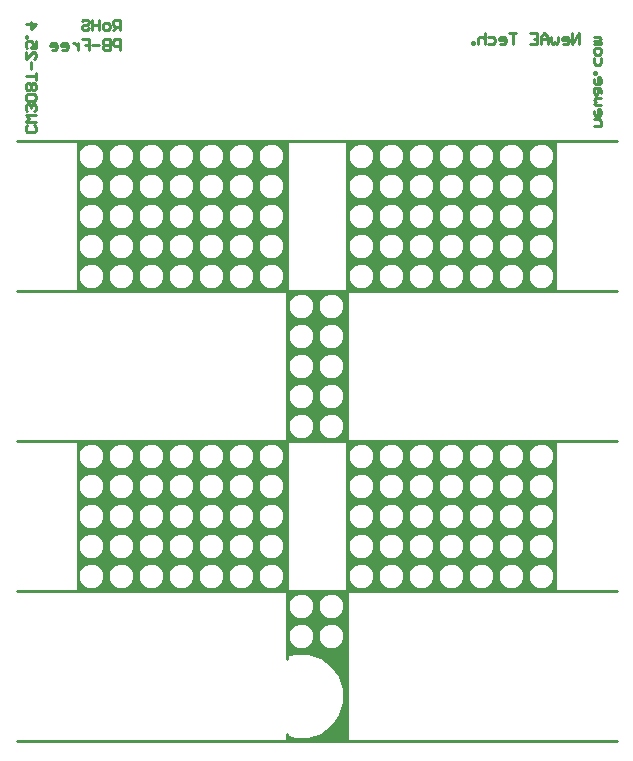
<source format=gbo>
G04 Layer_Color=32896*
%FSLAX25Y25*%
%MOIN*%
G70*
G01*
G75*
%ADD11C,0.01000*%
G36*
X415000Y305000D02*
X435000D01*
Y255000D01*
X505000D01*
Y205000D01*
X435000D01*
Y255000D01*
X415000D01*
Y305000D01*
X345000D01*
Y355000D01*
X415000D01*
Y305000D01*
D02*
G37*
G36*
X505000D02*
X435000D01*
Y355000D01*
X505000D01*
Y305000D01*
D02*
G37*
G36*
X415000Y205000D02*
X435000D01*
Y155000D01*
X415000D01*
Y156100D01*
X416000Y156666D01*
X417819Y156229D01*
X420000Y156058D01*
X422181Y156229D01*
X424308Y156740D01*
X426330Y157577D01*
X428195Y158720D01*
X429859Y160141D01*
X431280Y161805D01*
X432423Y163670D01*
X433260Y165692D01*
X433771Y167819D01*
X433942Y170000D01*
X433771Y172181D01*
X433260Y174308D01*
X432423Y176330D01*
X431280Y178195D01*
X429859Y179859D01*
X428195Y181280D01*
X426330Y182423D01*
X424308Y183260D01*
X422181Y183771D01*
X420000Y183942D01*
X417819Y183771D01*
X416000Y183334D01*
X415000Y183899D01*
Y205000D01*
X345000D01*
Y255000D01*
X415000D01*
Y205000D01*
D02*
G37*
%LPC*%
G36*
X460000Y243934D02*
X458982Y243800D01*
X458033Y243407D01*
X457219Y242781D01*
X456593Y241967D01*
X456200Y241018D01*
X456066Y240000D01*
X456200Y238982D01*
X456593Y238033D01*
X457219Y237218D01*
X458033Y236593D01*
X458982Y236200D01*
X460000Y236066D01*
X461018Y236200D01*
X461967Y236593D01*
X462781Y237218D01*
X463407Y238033D01*
X463800Y238982D01*
X463934Y240000D01*
X463800Y241018D01*
X463407Y241967D01*
X462781Y242781D01*
X461967Y243407D01*
X461018Y243800D01*
X460000Y243934D01*
D02*
G37*
G36*
X470000D02*
X468982Y243800D01*
X468033Y243407D01*
X467218Y242781D01*
X466593Y241967D01*
X466200Y241018D01*
X466066Y240000D01*
X466200Y238982D01*
X466593Y238033D01*
X467218Y237218D01*
X468033Y236593D01*
X468982Y236200D01*
X470000Y236066D01*
X471018Y236200D01*
X471967Y236593D01*
X472782Y237218D01*
X473407Y238033D01*
X473800Y238982D01*
X473934Y240000D01*
X473800Y241018D01*
X473407Y241967D01*
X472782Y242781D01*
X471967Y243407D01*
X471018Y243800D01*
X470000Y243934D01*
D02*
G37*
G36*
X450000D02*
X448982Y243800D01*
X448033Y243407D01*
X447219Y242781D01*
X446593Y241967D01*
X446200Y241018D01*
X446066Y240000D01*
X446200Y238982D01*
X446593Y238033D01*
X447219Y237218D01*
X448033Y236593D01*
X448982Y236200D01*
X450000Y236066D01*
X451018Y236200D01*
X451967Y236593D01*
X452781Y237218D01*
X453407Y238033D01*
X453800Y238982D01*
X453934Y240000D01*
X453800Y241018D01*
X453407Y241967D01*
X452781Y242781D01*
X451967Y243407D01*
X451018Y243800D01*
X450000Y243934D01*
D02*
G37*
G36*
X440000D02*
X438982Y243800D01*
X438033Y243407D01*
X437219Y242781D01*
X436593Y241967D01*
X436200Y241018D01*
X436066Y240000D01*
X436200Y238982D01*
X436593Y238033D01*
X437219Y237218D01*
X438033Y236593D01*
X438982Y236200D01*
X440000Y236066D01*
X441018Y236200D01*
X441967Y236593D01*
X442781Y237218D01*
X443407Y238033D01*
X443800Y238982D01*
X443934Y240000D01*
X443800Y241018D01*
X443407Y241967D01*
X442781Y242781D01*
X441967Y243407D01*
X441018Y243800D01*
X440000Y243934D01*
D02*
G37*
G36*
X470000Y233934D02*
X468982Y233800D01*
X468033Y233407D01*
X467218Y232782D01*
X466593Y231967D01*
X466200Y231018D01*
X466066Y230000D01*
X466200Y228982D01*
X466593Y228033D01*
X467218Y227219D01*
X468033Y226593D01*
X468982Y226200D01*
X470000Y226066D01*
X471018Y226200D01*
X471967Y226593D01*
X472782Y227219D01*
X473407Y228033D01*
X473800Y228982D01*
X473934Y230000D01*
X473800Y231018D01*
X473407Y231967D01*
X472782Y232782D01*
X471967Y233407D01*
X471018Y233800D01*
X470000Y233934D01*
D02*
G37*
G36*
X440000D02*
X438982Y233800D01*
X438033Y233407D01*
X437219Y232782D01*
X436593Y231967D01*
X436200Y231018D01*
X436066Y230000D01*
X436200Y228982D01*
X436593Y228033D01*
X437219Y227219D01*
X438033Y226593D01*
X438982Y226200D01*
X440000Y226066D01*
X441018Y226200D01*
X441967Y226593D01*
X442781Y227219D01*
X443407Y228033D01*
X443800Y228982D01*
X443934Y230000D01*
X443800Y231018D01*
X443407Y231967D01*
X442781Y232782D01*
X441967Y233407D01*
X441018Y233800D01*
X440000Y233934D01*
D02*
G37*
G36*
X450000D02*
X448982Y233800D01*
X448033Y233407D01*
X447219Y232782D01*
X446593Y231967D01*
X446200Y231018D01*
X446066Y230000D01*
X446200Y228982D01*
X446593Y228033D01*
X447219Y227219D01*
X448033Y226593D01*
X448982Y226200D01*
X450000Y226066D01*
X451018Y226200D01*
X451967Y226593D01*
X452781Y227219D01*
X453407Y228033D01*
X453800Y228982D01*
X453934Y230000D01*
X453800Y231018D01*
X453407Y231967D01*
X452781Y232782D01*
X451967Y233407D01*
X451018Y233800D01*
X450000Y233934D01*
D02*
G37*
G36*
X460000D02*
X458982Y233800D01*
X458033Y233407D01*
X457219Y232782D01*
X456593Y231967D01*
X456200Y231018D01*
X456066Y230000D01*
X456200Y228982D01*
X456593Y228033D01*
X457219Y227219D01*
X458033Y226593D01*
X458982Y226200D01*
X460000Y226066D01*
X461018Y226200D01*
X461967Y226593D01*
X462781Y227219D01*
X463407Y228033D01*
X463800Y228982D01*
X463934Y230000D01*
X463800Y231018D01*
X463407Y231967D01*
X462781Y232782D01*
X461967Y233407D01*
X461018Y233800D01*
X460000Y233934D01*
D02*
G37*
G36*
X480000D02*
X478982Y233800D01*
X478033Y233407D01*
X477218Y232782D01*
X476593Y231967D01*
X476200Y231018D01*
X476066Y230000D01*
X476200Y228982D01*
X476593Y228033D01*
X477218Y227219D01*
X478033Y226593D01*
X478982Y226200D01*
X480000Y226066D01*
X481018Y226200D01*
X481967Y226593D01*
X482782Y227219D01*
X483407Y228033D01*
X483800Y228982D01*
X483934Y230000D01*
X483800Y231018D01*
X483407Y231967D01*
X482782Y232782D01*
X481967Y233407D01*
X481018Y233800D01*
X480000Y233934D01*
D02*
G37*
G36*
X490000D02*
X488982Y233800D01*
X488033Y233407D01*
X487219Y232782D01*
X486593Y231967D01*
X486200Y231018D01*
X486066Y230000D01*
X486200Y228982D01*
X486593Y228033D01*
X487219Y227219D01*
X488033Y226593D01*
X488982Y226200D01*
X490000Y226066D01*
X491018Y226200D01*
X491967Y226593D01*
X492781Y227219D01*
X493407Y228033D01*
X493800Y228982D01*
X493934Y230000D01*
X493800Y231018D01*
X493407Y231967D01*
X492781Y232782D01*
X491967Y233407D01*
X491018Y233800D01*
X490000Y233934D01*
D02*
G37*
G36*
X500000D02*
X498982Y233800D01*
X498033Y233407D01*
X497219Y232782D01*
X496593Y231967D01*
X496200Y231018D01*
X496066Y230000D01*
X496200Y228982D01*
X496593Y228033D01*
X497219Y227219D01*
X498033Y226593D01*
X498982Y226200D01*
X500000Y226066D01*
X501018Y226200D01*
X501967Y226593D01*
X502781Y227219D01*
X503407Y228033D01*
X503800Y228982D01*
X503934Y230000D01*
X503800Y231018D01*
X503407Y231967D01*
X502781Y232782D01*
X501967Y233407D01*
X501018Y233800D01*
X500000Y233934D01*
D02*
G37*
G36*
X480000Y243934D02*
X478982Y243800D01*
X478033Y243407D01*
X477218Y242781D01*
X476593Y241967D01*
X476200Y241018D01*
X476066Y240000D01*
X476200Y238982D01*
X476593Y238033D01*
X477218Y237218D01*
X478033Y236593D01*
X478982Y236200D01*
X480000Y236066D01*
X481018Y236200D01*
X481967Y236593D01*
X482782Y237218D01*
X483407Y238033D01*
X483800Y238982D01*
X483934Y240000D01*
X483800Y241018D01*
X483407Y241967D01*
X482782Y242781D01*
X481967Y243407D01*
X481018Y243800D01*
X480000Y243934D01*
D02*
G37*
G36*
X460000Y253934D02*
X458982Y253800D01*
X458033Y253407D01*
X457219Y252782D01*
X456593Y251967D01*
X456200Y251018D01*
X456066Y250000D01*
X456200Y248982D01*
X456593Y248033D01*
X457219Y247218D01*
X458033Y246593D01*
X458982Y246200D01*
X460000Y246066D01*
X461018Y246200D01*
X461967Y246593D01*
X462781Y247218D01*
X463407Y248033D01*
X463800Y248982D01*
X463934Y250000D01*
X463800Y251018D01*
X463407Y251967D01*
X462781Y252782D01*
X461967Y253407D01*
X461018Y253800D01*
X460000Y253934D01*
D02*
G37*
G36*
X470000D02*
X468982Y253800D01*
X468033Y253407D01*
X467218Y252782D01*
X466593Y251967D01*
X466200Y251018D01*
X466066Y250000D01*
X466200Y248982D01*
X466593Y248033D01*
X467218Y247218D01*
X468033Y246593D01*
X468982Y246200D01*
X470000Y246066D01*
X471018Y246200D01*
X471967Y246593D01*
X472782Y247218D01*
X473407Y248033D01*
X473800Y248982D01*
X473934Y250000D01*
X473800Y251018D01*
X473407Y251967D01*
X472782Y252782D01*
X471967Y253407D01*
X471018Y253800D01*
X470000Y253934D01*
D02*
G37*
G36*
X440000D02*
X438982Y253800D01*
X438033Y253407D01*
X437219Y252782D01*
X436593Y251967D01*
X436200Y251018D01*
X436066Y250000D01*
X436200Y248982D01*
X436593Y248033D01*
X437219Y247218D01*
X438033Y246593D01*
X438982Y246200D01*
X440000Y246066D01*
X441018Y246200D01*
X441967Y246593D01*
X442781Y247218D01*
X443407Y248033D01*
X443800Y248982D01*
X443934Y250000D01*
X443800Y251018D01*
X443407Y251967D01*
X442781Y252782D01*
X441967Y253407D01*
X441018Y253800D01*
X440000Y253934D01*
D02*
G37*
G36*
X450000D02*
X448982Y253800D01*
X448033Y253407D01*
X447219Y252782D01*
X446593Y251967D01*
X446200Y251018D01*
X446066Y250000D01*
X446200Y248982D01*
X446593Y248033D01*
X447219Y247218D01*
X448033Y246593D01*
X448982Y246200D01*
X450000Y246066D01*
X451018Y246200D01*
X451967Y246593D01*
X452781Y247218D01*
X453407Y248033D01*
X453800Y248982D01*
X453934Y250000D01*
X453800Y251018D01*
X453407Y251967D01*
X452781Y252782D01*
X451967Y253407D01*
X451018Y253800D01*
X450000Y253934D01*
D02*
G37*
G36*
X480000D02*
X478982Y253800D01*
X478033Y253407D01*
X477218Y252782D01*
X476593Y251967D01*
X476200Y251018D01*
X476066Y250000D01*
X476200Y248982D01*
X476593Y248033D01*
X477218Y247218D01*
X478033Y246593D01*
X478982Y246200D01*
X480000Y246066D01*
X481018Y246200D01*
X481967Y246593D01*
X482782Y247218D01*
X483407Y248033D01*
X483800Y248982D01*
X483934Y250000D01*
X483800Y251018D01*
X483407Y251967D01*
X482782Y252782D01*
X481967Y253407D01*
X481018Y253800D01*
X480000Y253934D01*
D02*
G37*
G36*
X420000Y263934D02*
X418982Y263800D01*
X418033Y263407D01*
X417218Y262782D01*
X416593Y261967D01*
X416200Y261018D01*
X416066Y260000D01*
X416200Y258982D01*
X416593Y258033D01*
X417218Y257219D01*
X418033Y256593D01*
X418982Y256200D01*
X420000Y256066D01*
X421018Y256200D01*
X421967Y256593D01*
X422782Y257219D01*
X423407Y258033D01*
X423800Y258982D01*
X423934Y260000D01*
X423800Y261018D01*
X423407Y261967D01*
X422782Y262782D01*
X421967Y263407D01*
X421018Y263800D01*
X420000Y263934D01*
D02*
G37*
G36*
X430000D02*
X428982Y263800D01*
X428033Y263407D01*
X427218Y262782D01*
X426593Y261967D01*
X426200Y261018D01*
X426066Y260000D01*
X426200Y258982D01*
X426593Y258033D01*
X427218Y257219D01*
X428033Y256593D01*
X428982Y256200D01*
X430000Y256066D01*
X431018Y256200D01*
X431967Y256593D01*
X432782Y257219D01*
X433407Y258033D01*
X433800Y258982D01*
X433934Y260000D01*
X433800Y261018D01*
X433407Y261967D01*
X432782Y262782D01*
X431967Y263407D01*
X431018Y263800D01*
X430000Y263934D01*
D02*
G37*
G36*
X490000Y253934D02*
X488982Y253800D01*
X488033Y253407D01*
X487219Y252782D01*
X486593Y251967D01*
X486200Y251018D01*
X486066Y250000D01*
X486200Y248982D01*
X486593Y248033D01*
X487219Y247218D01*
X488033Y246593D01*
X488982Y246200D01*
X490000Y246066D01*
X491018Y246200D01*
X491967Y246593D01*
X492781Y247218D01*
X493407Y248033D01*
X493800Y248982D01*
X493934Y250000D01*
X493800Y251018D01*
X493407Y251967D01*
X492781Y252782D01*
X491967Y253407D01*
X491018Y253800D01*
X490000Y253934D01*
D02*
G37*
G36*
X500000D02*
X498982Y253800D01*
X498033Y253407D01*
X497219Y252782D01*
X496593Y251967D01*
X496200Y251018D01*
X496066Y250000D01*
X496200Y248982D01*
X496593Y248033D01*
X497219Y247218D01*
X498033Y246593D01*
X498982Y246200D01*
X500000Y246066D01*
X501018Y246200D01*
X501967Y246593D01*
X502781Y247218D01*
X503407Y248033D01*
X503800Y248982D01*
X503934Y250000D01*
X503800Y251018D01*
X503407Y251967D01*
X502781Y252782D01*
X501967Y253407D01*
X501018Y253800D01*
X500000Y253934D01*
D02*
G37*
G36*
X490000Y243934D02*
X488982Y243800D01*
X488033Y243407D01*
X487219Y242781D01*
X486593Y241967D01*
X486200Y241018D01*
X486066Y240000D01*
X486200Y238982D01*
X486593Y238033D01*
X487219Y237218D01*
X488033Y236593D01*
X488982Y236200D01*
X490000Y236066D01*
X491018Y236200D01*
X491967Y236593D01*
X492781Y237218D01*
X493407Y238033D01*
X493800Y238982D01*
X493934Y240000D01*
X493800Y241018D01*
X493407Y241967D01*
X492781Y242781D01*
X491967Y243407D01*
X491018Y243800D01*
X490000Y243934D01*
D02*
G37*
G36*
X500000D02*
X498982Y243800D01*
X498033Y243407D01*
X497219Y242781D01*
X496593Y241967D01*
X496200Y241018D01*
X496066Y240000D01*
X496200Y238982D01*
X496593Y238033D01*
X497219Y237218D01*
X498033Y236593D01*
X498982Y236200D01*
X500000Y236066D01*
X501018Y236200D01*
X501967Y236593D01*
X502781Y237218D01*
X503407Y238033D01*
X503800Y238982D01*
X503934Y240000D01*
X503800Y241018D01*
X503407Y241967D01*
X502781Y242781D01*
X501967Y243407D01*
X501018Y243800D01*
X500000Y243934D01*
D02*
G37*
G36*
X450000Y213934D02*
X448982Y213800D01*
X448033Y213407D01*
X447219Y212782D01*
X446593Y211967D01*
X446200Y211018D01*
X446066Y210000D01*
X446200Y208982D01*
X446593Y208033D01*
X447219Y207219D01*
X448033Y206593D01*
X448982Y206200D01*
X450000Y206066D01*
X451018Y206200D01*
X451967Y206593D01*
X452781Y207219D01*
X453407Y208033D01*
X453800Y208982D01*
X453934Y210000D01*
X453800Y211018D01*
X453407Y211967D01*
X452781Y212782D01*
X451967Y213407D01*
X451018Y213800D01*
X450000Y213934D01*
D02*
G37*
G36*
X460000D02*
X458982Y213800D01*
X458033Y213407D01*
X457219Y212782D01*
X456593Y211967D01*
X456200Y211018D01*
X456066Y210000D01*
X456200Y208982D01*
X456593Y208033D01*
X457219Y207219D01*
X458033Y206593D01*
X458982Y206200D01*
X460000Y206066D01*
X461018Y206200D01*
X461967Y206593D01*
X462781Y207219D01*
X463407Y208033D01*
X463800Y208982D01*
X463934Y210000D01*
X463800Y211018D01*
X463407Y211967D01*
X462781Y212782D01*
X461967Y213407D01*
X461018Y213800D01*
X460000Y213934D01*
D02*
G37*
G36*
X440000D02*
X438982Y213800D01*
X438033Y213407D01*
X437219Y212782D01*
X436593Y211967D01*
X436200Y211018D01*
X436066Y210000D01*
X436200Y208982D01*
X436593Y208033D01*
X437219Y207219D01*
X438033Y206593D01*
X438982Y206200D01*
X440000Y206066D01*
X441018Y206200D01*
X441967Y206593D01*
X442781Y207219D01*
X443407Y208033D01*
X443800Y208982D01*
X443934Y210000D01*
X443800Y211018D01*
X443407Y211967D01*
X442781Y212782D01*
X441967Y213407D01*
X441018Y213800D01*
X440000Y213934D01*
D02*
G37*
G36*
X470000D02*
X468982Y213800D01*
X468033Y213407D01*
X467218Y212782D01*
X466593Y211967D01*
X466200Y211018D01*
X466066Y210000D01*
X466200Y208982D01*
X466593Y208033D01*
X467218Y207219D01*
X468033Y206593D01*
X468982Y206200D01*
X470000Y206066D01*
X471018Y206200D01*
X471967Y206593D01*
X472782Y207219D01*
X473407Y208033D01*
X473800Y208982D01*
X473934Y210000D01*
X473800Y211018D01*
X473407Y211967D01*
X472782Y212782D01*
X471967Y213407D01*
X471018Y213800D01*
X470000Y213934D01*
D02*
G37*
G36*
X500000D02*
X498982Y213800D01*
X498033Y213407D01*
X497219Y212782D01*
X496593Y211967D01*
X496200Y211018D01*
X496066Y210000D01*
X496200Y208982D01*
X496593Y208033D01*
X497219Y207219D01*
X498033Y206593D01*
X498982Y206200D01*
X500000Y206066D01*
X501018Y206200D01*
X501967Y206593D01*
X502781Y207219D01*
X503407Y208033D01*
X503800Y208982D01*
X503934Y210000D01*
X503800Y211018D01*
X503407Y211967D01*
X502781Y212782D01*
X501967Y213407D01*
X501018Y213800D01*
X500000Y213934D01*
D02*
G37*
G36*
X480000D02*
X478982Y213800D01*
X478033Y213407D01*
X477218Y212782D01*
X476593Y211967D01*
X476200Y211018D01*
X476066Y210000D01*
X476200Y208982D01*
X476593Y208033D01*
X477218Y207219D01*
X478033Y206593D01*
X478982Y206200D01*
X480000Y206066D01*
X481018Y206200D01*
X481967Y206593D01*
X482782Y207219D01*
X483407Y208033D01*
X483800Y208982D01*
X483934Y210000D01*
X483800Y211018D01*
X483407Y211967D01*
X482782Y212782D01*
X481967Y213407D01*
X481018Y213800D01*
X480000Y213934D01*
D02*
G37*
G36*
X490000D02*
X488982Y213800D01*
X488033Y213407D01*
X487219Y212782D01*
X486593Y211967D01*
X486200Y211018D01*
X486066Y210000D01*
X486200Y208982D01*
X486593Y208033D01*
X487219Y207219D01*
X488033Y206593D01*
X488982Y206200D01*
X490000Y206066D01*
X491018Y206200D01*
X491967Y206593D01*
X492781Y207219D01*
X493407Y208033D01*
X493800Y208982D01*
X493934Y210000D01*
X493800Y211018D01*
X493407Y211967D01*
X492781Y212782D01*
X491967Y213407D01*
X491018Y213800D01*
X490000Y213934D01*
D02*
G37*
G36*
X500000Y223934D02*
X498982Y223800D01*
X498033Y223407D01*
X497219Y222781D01*
X496593Y221967D01*
X496200Y221018D01*
X496066Y220000D01*
X496200Y218982D01*
X496593Y218033D01*
X497219Y217218D01*
X498033Y216593D01*
X498982Y216200D01*
X500000Y216066D01*
X501018Y216200D01*
X501967Y216593D01*
X502781Y217218D01*
X503407Y218033D01*
X503800Y218982D01*
X503934Y220000D01*
X503800Y221018D01*
X503407Y221967D01*
X502781Y222781D01*
X501967Y223407D01*
X501018Y223800D01*
X500000Y223934D01*
D02*
G37*
G36*
X480000D02*
X478982Y223800D01*
X478033Y223407D01*
X477218Y222781D01*
X476593Y221967D01*
X476200Y221018D01*
X476066Y220000D01*
X476200Y218982D01*
X476593Y218033D01*
X477218Y217218D01*
X478033Y216593D01*
X478982Y216200D01*
X480000Y216066D01*
X481018Y216200D01*
X481967Y216593D01*
X482782Y217218D01*
X483407Y218033D01*
X483800Y218982D01*
X483934Y220000D01*
X483800Y221018D01*
X483407Y221967D01*
X482782Y222781D01*
X481967Y223407D01*
X481018Y223800D01*
X480000Y223934D01*
D02*
G37*
G36*
X490000D02*
X488982Y223800D01*
X488033Y223407D01*
X487219Y222781D01*
X486593Y221967D01*
X486200Y221018D01*
X486066Y220000D01*
X486200Y218982D01*
X486593Y218033D01*
X487219Y217218D01*
X488033Y216593D01*
X488982Y216200D01*
X490000Y216066D01*
X491018Y216200D01*
X491967Y216593D01*
X492781Y217218D01*
X493407Y218033D01*
X493800Y218982D01*
X493934Y220000D01*
X493800Y221018D01*
X493407Y221967D01*
X492781Y222781D01*
X491967Y223407D01*
X491018Y223800D01*
X490000Y223934D01*
D02*
G37*
G36*
X470000D02*
X468982Y223800D01*
X468033Y223407D01*
X467218Y222781D01*
X466593Y221967D01*
X466200Y221018D01*
X466066Y220000D01*
X466200Y218982D01*
X466593Y218033D01*
X467218Y217218D01*
X468033Y216593D01*
X468982Y216200D01*
X470000Y216066D01*
X471018Y216200D01*
X471967Y216593D01*
X472782Y217218D01*
X473407Y218033D01*
X473800Y218982D01*
X473934Y220000D01*
X473800Y221018D01*
X473407Y221967D01*
X472782Y222781D01*
X471967Y223407D01*
X471018Y223800D01*
X470000Y223934D01*
D02*
G37*
G36*
X450000D02*
X448982Y223800D01*
X448033Y223407D01*
X447219Y222781D01*
X446593Y221967D01*
X446200Y221018D01*
X446066Y220000D01*
X446200Y218982D01*
X446593Y218033D01*
X447219Y217218D01*
X448033Y216593D01*
X448982Y216200D01*
X450000Y216066D01*
X451018Y216200D01*
X451967Y216593D01*
X452781Y217218D01*
X453407Y218033D01*
X453800Y218982D01*
X453934Y220000D01*
X453800Y221018D01*
X453407Y221967D01*
X452781Y222781D01*
X451967Y223407D01*
X451018Y223800D01*
X450000Y223934D01*
D02*
G37*
G36*
X460000D02*
X458982Y223800D01*
X458033Y223407D01*
X457219Y222781D01*
X456593Y221967D01*
X456200Y221018D01*
X456066Y220000D01*
X456200Y218982D01*
X456593Y218033D01*
X457219Y217218D01*
X458033Y216593D01*
X458982Y216200D01*
X460000Y216066D01*
X461018Y216200D01*
X461967Y216593D01*
X462781Y217218D01*
X463407Y218033D01*
X463800Y218982D01*
X463934Y220000D01*
X463800Y221018D01*
X463407Y221967D01*
X462781Y222781D01*
X461967Y223407D01*
X461018Y223800D01*
X460000Y223934D01*
D02*
G37*
G36*
X440000D02*
X438982Y223800D01*
X438033Y223407D01*
X437219Y222781D01*
X436593Y221967D01*
X436200Y221018D01*
X436066Y220000D01*
X436200Y218982D01*
X436593Y218033D01*
X437219Y217218D01*
X438033Y216593D01*
X438982Y216200D01*
X440000Y216066D01*
X441018Y216200D01*
X441967Y216593D01*
X442781Y217218D01*
X443407Y218033D01*
X443800Y218982D01*
X443934Y220000D01*
X443800Y221018D01*
X443407Y221967D01*
X442781Y222781D01*
X441967Y223407D01*
X441018Y223800D01*
X440000Y223934D01*
D02*
G37*
G36*
X360000Y343934D02*
X358982Y343800D01*
X358033Y343407D01*
X357219Y342781D01*
X356593Y341967D01*
X356200Y341018D01*
X356066Y340000D01*
X356200Y338982D01*
X356593Y338033D01*
X357219Y337218D01*
X358033Y336593D01*
X358982Y336200D01*
X360000Y336066D01*
X361018Y336200D01*
X361967Y336593D01*
X362782Y337218D01*
X363407Y338033D01*
X363800Y338982D01*
X363934Y340000D01*
X363800Y341018D01*
X363407Y341967D01*
X362782Y342781D01*
X361967Y343407D01*
X361018Y343800D01*
X360000Y343934D01*
D02*
G37*
G36*
X370000D02*
X368982Y343800D01*
X368033Y343407D01*
X367218Y342781D01*
X366593Y341967D01*
X366200Y341018D01*
X366066Y340000D01*
X366200Y338982D01*
X366593Y338033D01*
X367218Y337218D01*
X368033Y336593D01*
X368982Y336200D01*
X370000Y336066D01*
X371018Y336200D01*
X371967Y336593D01*
X372781Y337218D01*
X373407Y338033D01*
X373800Y338982D01*
X373934Y340000D01*
X373800Y341018D01*
X373407Y341967D01*
X372781Y342781D01*
X371967Y343407D01*
X371018Y343800D01*
X370000Y343934D01*
D02*
G37*
G36*
X350000D02*
X348982Y343800D01*
X348033Y343407D01*
X347218Y342781D01*
X346593Y341967D01*
X346200Y341018D01*
X346066Y340000D01*
X346200Y338982D01*
X346593Y338033D01*
X347218Y337218D01*
X348033Y336593D01*
X348982Y336200D01*
X350000Y336066D01*
X351018Y336200D01*
X351967Y336593D01*
X352782Y337218D01*
X353407Y338033D01*
X353800Y338982D01*
X353934Y340000D01*
X353800Y341018D01*
X353407Y341967D01*
X352782Y342781D01*
X351967Y343407D01*
X351018Y343800D01*
X350000Y343934D01*
D02*
G37*
G36*
X380000D02*
X378982Y343800D01*
X378033Y343407D01*
X377219Y342781D01*
X376593Y341967D01*
X376200Y341018D01*
X376066Y340000D01*
X376200Y338982D01*
X376593Y338033D01*
X377219Y337218D01*
X378033Y336593D01*
X378982Y336200D01*
X380000Y336066D01*
X381018Y336200D01*
X381967Y336593D01*
X382782Y337218D01*
X383407Y338033D01*
X383800Y338982D01*
X383934Y340000D01*
X383800Y341018D01*
X383407Y341967D01*
X382782Y342781D01*
X381967Y343407D01*
X381018Y343800D01*
X380000Y343934D01*
D02*
G37*
G36*
X410000D02*
X408982Y343800D01*
X408033Y343407D01*
X407219Y342781D01*
X406593Y341967D01*
X406200Y341018D01*
X406066Y340000D01*
X406200Y338982D01*
X406593Y338033D01*
X407219Y337218D01*
X408033Y336593D01*
X408982Y336200D01*
X410000Y336066D01*
X411018Y336200D01*
X411967Y336593D01*
X412781Y337218D01*
X413407Y338033D01*
X413800Y338982D01*
X413934Y340000D01*
X413800Y341018D01*
X413407Y341967D01*
X412781Y342781D01*
X411967Y343407D01*
X411018Y343800D01*
X410000Y343934D01*
D02*
G37*
G36*
X390000D02*
X388982Y343800D01*
X388033Y343407D01*
X387218Y342781D01*
X386593Y341967D01*
X386200Y341018D01*
X386066Y340000D01*
X386200Y338982D01*
X386593Y338033D01*
X387218Y337218D01*
X388033Y336593D01*
X388982Y336200D01*
X390000Y336066D01*
X391018Y336200D01*
X391967Y336593D01*
X392781Y337218D01*
X393407Y338033D01*
X393800Y338982D01*
X393934Y340000D01*
X393800Y341018D01*
X393407Y341967D01*
X392781Y342781D01*
X391967Y343407D01*
X391018Y343800D01*
X390000Y343934D01*
D02*
G37*
G36*
X400000D02*
X398982Y343800D01*
X398033Y343407D01*
X397218Y342781D01*
X396593Y341967D01*
X396200Y341018D01*
X396066Y340000D01*
X396200Y338982D01*
X396593Y338033D01*
X397218Y337218D01*
X398033Y336593D01*
X398982Y336200D01*
X400000Y336066D01*
X401018Y336200D01*
X401967Y336593D01*
X402781Y337218D01*
X403407Y338033D01*
X403800Y338982D01*
X403934Y340000D01*
X403800Y341018D01*
X403407Y341967D01*
X402781Y342781D01*
X401967Y343407D01*
X401018Y343800D01*
X400000Y343934D01*
D02*
G37*
G36*
Y333934D02*
X398982Y333800D01*
X398033Y333407D01*
X397218Y332782D01*
X396593Y331967D01*
X396200Y331018D01*
X396066Y330000D01*
X396200Y328982D01*
X396593Y328033D01*
X397218Y327219D01*
X398033Y326593D01*
X398982Y326200D01*
X400000Y326066D01*
X401018Y326200D01*
X401967Y326593D01*
X402781Y327219D01*
X403407Y328033D01*
X403800Y328982D01*
X403934Y330000D01*
X403800Y331018D01*
X403407Y331967D01*
X402781Y332782D01*
X401967Y333407D01*
X401018Y333800D01*
X400000Y333934D01*
D02*
G37*
G36*
X410000D02*
X408982Y333800D01*
X408033Y333407D01*
X407219Y332782D01*
X406593Y331967D01*
X406200Y331018D01*
X406066Y330000D01*
X406200Y328982D01*
X406593Y328033D01*
X407219Y327219D01*
X408033Y326593D01*
X408982Y326200D01*
X410000Y326066D01*
X411018Y326200D01*
X411967Y326593D01*
X412781Y327219D01*
X413407Y328033D01*
X413800Y328982D01*
X413934Y330000D01*
X413800Y331018D01*
X413407Y331967D01*
X412781Y332782D01*
X411967Y333407D01*
X411018Y333800D01*
X410000Y333934D01*
D02*
G37*
G36*
X380000D02*
X378982Y333800D01*
X378033Y333407D01*
X377219Y332782D01*
X376593Y331967D01*
X376200Y331018D01*
X376066Y330000D01*
X376200Y328982D01*
X376593Y328033D01*
X377219Y327219D01*
X378033Y326593D01*
X378982Y326200D01*
X380000Y326066D01*
X381018Y326200D01*
X381967Y326593D01*
X382782Y327219D01*
X383407Y328033D01*
X383800Y328982D01*
X383934Y330000D01*
X383800Y331018D01*
X383407Y331967D01*
X382782Y332782D01*
X381967Y333407D01*
X381018Y333800D01*
X380000Y333934D01*
D02*
G37*
G36*
X390000D02*
X388982Y333800D01*
X388033Y333407D01*
X387218Y332782D01*
X386593Y331967D01*
X386200Y331018D01*
X386066Y330000D01*
X386200Y328982D01*
X386593Y328033D01*
X387218Y327219D01*
X388033Y326593D01*
X388982Y326200D01*
X390000Y326066D01*
X391018Y326200D01*
X391967Y326593D01*
X392781Y327219D01*
X393407Y328033D01*
X393800Y328982D01*
X393934Y330000D01*
X393800Y331018D01*
X393407Y331967D01*
X392781Y332782D01*
X391967Y333407D01*
X391018Y333800D01*
X390000Y333934D01*
D02*
G37*
G36*
X400000Y353934D02*
X398982Y353800D01*
X398033Y353407D01*
X397218Y352782D01*
X396593Y351967D01*
X396200Y351018D01*
X396066Y350000D01*
X396200Y348982D01*
X396593Y348033D01*
X397218Y347218D01*
X398033Y346593D01*
X398982Y346200D01*
X400000Y346066D01*
X401018Y346200D01*
X401967Y346593D01*
X402781Y347218D01*
X403407Y348033D01*
X403800Y348982D01*
X403934Y350000D01*
X403800Y351018D01*
X403407Y351967D01*
X402781Y352782D01*
X401967Y353407D01*
X401018Y353800D01*
X400000Y353934D01*
D02*
G37*
G36*
X410000D02*
X408982Y353800D01*
X408033Y353407D01*
X407219Y352782D01*
X406593Y351967D01*
X406200Y351018D01*
X406066Y350000D01*
X406200Y348982D01*
X406593Y348033D01*
X407219Y347218D01*
X408033Y346593D01*
X408982Y346200D01*
X410000Y346066D01*
X411018Y346200D01*
X411967Y346593D01*
X412781Y347218D01*
X413407Y348033D01*
X413800Y348982D01*
X413934Y350000D01*
X413800Y351018D01*
X413407Y351967D01*
X412781Y352782D01*
X411967Y353407D01*
X411018Y353800D01*
X410000Y353934D01*
D02*
G37*
G36*
X390000D02*
X388982Y353800D01*
X388033Y353407D01*
X387218Y352782D01*
X386593Y351967D01*
X386200Y351018D01*
X386066Y350000D01*
X386200Y348982D01*
X386593Y348033D01*
X387218Y347218D01*
X388033Y346593D01*
X388982Y346200D01*
X390000Y346066D01*
X391018Y346200D01*
X391967Y346593D01*
X392781Y347218D01*
X393407Y348033D01*
X393800Y348982D01*
X393934Y350000D01*
X393800Y351018D01*
X393407Y351967D01*
X392781Y352782D01*
X391967Y353407D01*
X391018Y353800D01*
X390000Y353934D01*
D02*
G37*
G36*
X370000D02*
X368982Y353800D01*
X368033Y353407D01*
X367218Y352782D01*
X366593Y351967D01*
X366200Y351018D01*
X366066Y350000D01*
X366200Y348982D01*
X366593Y348033D01*
X367218Y347218D01*
X368033Y346593D01*
X368982Y346200D01*
X370000Y346066D01*
X371018Y346200D01*
X371967Y346593D01*
X372781Y347218D01*
X373407Y348033D01*
X373800Y348982D01*
X373934Y350000D01*
X373800Y351018D01*
X373407Y351967D01*
X372781Y352782D01*
X371967Y353407D01*
X371018Y353800D01*
X370000Y353934D01*
D02*
G37*
G36*
X380000D02*
X378982Y353800D01*
X378033Y353407D01*
X377219Y352782D01*
X376593Y351967D01*
X376200Y351018D01*
X376066Y350000D01*
X376200Y348982D01*
X376593Y348033D01*
X377219Y347218D01*
X378033Y346593D01*
X378982Y346200D01*
X380000Y346066D01*
X381018Y346200D01*
X381967Y346593D01*
X382782Y347218D01*
X383407Y348033D01*
X383800Y348982D01*
X383934Y350000D01*
X383800Y351018D01*
X383407Y351967D01*
X382782Y352782D01*
X381967Y353407D01*
X381018Y353800D01*
X380000Y353934D01*
D02*
G37*
G36*
X350000D02*
X348982Y353800D01*
X348033Y353407D01*
X347218Y352782D01*
X346593Y351967D01*
X346200Y351018D01*
X346066Y350000D01*
X346200Y348982D01*
X346593Y348033D01*
X347218Y347218D01*
X348033Y346593D01*
X348982Y346200D01*
X350000Y346066D01*
X351018Y346200D01*
X351967Y346593D01*
X352782Y347218D01*
X353407Y348033D01*
X353800Y348982D01*
X353934Y350000D01*
X353800Y351018D01*
X353407Y351967D01*
X352782Y352782D01*
X351967Y353407D01*
X351018Y353800D01*
X350000Y353934D01*
D02*
G37*
G36*
X360000D02*
X358982Y353800D01*
X358033Y353407D01*
X357219Y352782D01*
X356593Y351967D01*
X356200Y351018D01*
X356066Y350000D01*
X356200Y348982D01*
X356593Y348033D01*
X357219Y347218D01*
X358033Y346593D01*
X358982Y346200D01*
X360000Y346066D01*
X361018Y346200D01*
X361967Y346593D01*
X362782Y347218D01*
X363407Y348033D01*
X363800Y348982D01*
X363934Y350000D01*
X363800Y351018D01*
X363407Y351967D01*
X362782Y352782D01*
X361967Y353407D01*
X361018Y353800D01*
X360000Y353934D01*
D02*
G37*
G36*
X390000Y313934D02*
X388982Y313800D01*
X388033Y313407D01*
X387218Y312782D01*
X386593Y311967D01*
X386200Y311018D01*
X386066Y310000D01*
X386200Y308982D01*
X386593Y308033D01*
X387218Y307219D01*
X388033Y306593D01*
X388982Y306200D01*
X390000Y306066D01*
X391018Y306200D01*
X391967Y306593D01*
X392781Y307219D01*
X393407Y308033D01*
X393800Y308982D01*
X393934Y310000D01*
X393800Y311018D01*
X393407Y311967D01*
X392781Y312782D01*
X391967Y313407D01*
X391018Y313800D01*
X390000Y313934D01*
D02*
G37*
G36*
X400000D02*
X398982Y313800D01*
X398033Y313407D01*
X397218Y312782D01*
X396593Y311967D01*
X396200Y311018D01*
X396066Y310000D01*
X396200Y308982D01*
X396593Y308033D01*
X397218Y307219D01*
X398033Y306593D01*
X398982Y306200D01*
X400000Y306066D01*
X401018Y306200D01*
X401967Y306593D01*
X402781Y307219D01*
X403407Y308033D01*
X403800Y308982D01*
X403934Y310000D01*
X403800Y311018D01*
X403407Y311967D01*
X402781Y312782D01*
X401967Y313407D01*
X401018Y313800D01*
X400000Y313934D01*
D02*
G37*
G36*
X370000D02*
X368982Y313800D01*
X368033Y313407D01*
X367218Y312782D01*
X366593Y311967D01*
X366200Y311018D01*
X366066Y310000D01*
X366200Y308982D01*
X366593Y308033D01*
X367218Y307219D01*
X368033Y306593D01*
X368982Y306200D01*
X370000Y306066D01*
X371018Y306200D01*
X371967Y306593D01*
X372781Y307219D01*
X373407Y308033D01*
X373800Y308982D01*
X373934Y310000D01*
X373800Y311018D01*
X373407Y311967D01*
X372781Y312782D01*
X371967Y313407D01*
X371018Y313800D01*
X370000Y313934D01*
D02*
G37*
G36*
X380000D02*
X378982Y313800D01*
X378033Y313407D01*
X377219Y312782D01*
X376593Y311967D01*
X376200Y311018D01*
X376066Y310000D01*
X376200Y308982D01*
X376593Y308033D01*
X377219Y307219D01*
X378033Y306593D01*
X378982Y306200D01*
X380000Y306066D01*
X381018Y306200D01*
X381967Y306593D01*
X382782Y307219D01*
X383407Y308033D01*
X383800Y308982D01*
X383934Y310000D01*
X383800Y311018D01*
X383407Y311967D01*
X382782Y312782D01*
X381967Y313407D01*
X381018Y313800D01*
X380000Y313934D01*
D02*
G37*
G36*
X410000D02*
X408982Y313800D01*
X408033Y313407D01*
X407219Y312782D01*
X406593Y311967D01*
X406200Y311018D01*
X406066Y310000D01*
X406200Y308982D01*
X406593Y308033D01*
X407219Y307219D01*
X408033Y306593D01*
X408982Y306200D01*
X410000Y306066D01*
X411018Y306200D01*
X411967Y306593D01*
X412781Y307219D01*
X413407Y308033D01*
X413800Y308982D01*
X413934Y310000D01*
X413800Y311018D01*
X413407Y311967D01*
X412781Y312782D01*
X411967Y313407D01*
X411018Y313800D01*
X410000Y313934D01*
D02*
G37*
G36*
X360000D02*
X358982Y313800D01*
X358033Y313407D01*
X357219Y312782D01*
X356593Y311967D01*
X356200Y311018D01*
X356066Y310000D01*
X356200Y308982D01*
X356593Y308033D01*
X357219Y307219D01*
X358033Y306593D01*
X358982Y306200D01*
X360000Y306066D01*
X361018Y306200D01*
X361967Y306593D01*
X362782Y307219D01*
X363407Y308033D01*
X363800Y308982D01*
X363934Y310000D01*
X363800Y311018D01*
X363407Y311967D01*
X362782Y312782D01*
X361967Y313407D01*
X361018Y313800D01*
X360000Y313934D01*
D02*
G37*
G36*
X420000Y283934D02*
X418982Y283800D01*
X418033Y283407D01*
X417218Y282782D01*
X416593Y281967D01*
X416200Y281018D01*
X416066Y280000D01*
X416200Y278982D01*
X416593Y278033D01*
X417218Y277219D01*
X418033Y276593D01*
X418982Y276200D01*
X420000Y276066D01*
X421018Y276200D01*
X421967Y276593D01*
X422782Y277219D01*
X423407Y278033D01*
X423800Y278982D01*
X423934Y280000D01*
X423800Y281018D01*
X423407Y281967D01*
X422782Y282782D01*
X421967Y283407D01*
X421018Y283800D01*
X420000Y283934D01*
D02*
G37*
G36*
X430000D02*
X428982Y283800D01*
X428033Y283407D01*
X427218Y282782D01*
X426593Y281967D01*
X426200Y281018D01*
X426066Y280000D01*
X426200Y278982D01*
X426593Y278033D01*
X427218Y277219D01*
X428033Y276593D01*
X428982Y276200D01*
X430000Y276066D01*
X431018Y276200D01*
X431967Y276593D01*
X432782Y277219D01*
X433407Y278033D01*
X433800Y278982D01*
X433934Y280000D01*
X433800Y281018D01*
X433407Y281967D01*
X432782Y282782D01*
X431967Y283407D01*
X431018Y283800D01*
X430000Y283934D01*
D02*
G37*
G36*
X420000Y273934D02*
X418982Y273800D01*
X418033Y273407D01*
X417218Y272781D01*
X416593Y271967D01*
X416200Y271018D01*
X416066Y270000D01*
X416200Y268982D01*
X416593Y268033D01*
X417218Y267218D01*
X418033Y266593D01*
X418982Y266200D01*
X420000Y266066D01*
X421018Y266200D01*
X421967Y266593D01*
X422782Y267218D01*
X423407Y268033D01*
X423800Y268982D01*
X423934Y270000D01*
X423800Y271018D01*
X423407Y271967D01*
X422782Y272781D01*
X421967Y273407D01*
X421018Y273800D01*
X420000Y273934D01*
D02*
G37*
G36*
X430000D02*
X428982Y273800D01*
X428033Y273407D01*
X427218Y272781D01*
X426593Y271967D01*
X426200Y271018D01*
X426066Y270000D01*
X426200Y268982D01*
X426593Y268033D01*
X427218Y267218D01*
X428033Y266593D01*
X428982Y266200D01*
X430000Y266066D01*
X431018Y266200D01*
X431967Y266593D01*
X432782Y267218D01*
X433407Y268033D01*
X433800Y268982D01*
X433934Y270000D01*
X433800Y271018D01*
X433407Y271967D01*
X432782Y272781D01*
X431967Y273407D01*
X431018Y273800D01*
X430000Y273934D01*
D02*
G37*
G36*
X420000Y293934D02*
X418982Y293800D01*
X418033Y293407D01*
X417218Y292781D01*
X416593Y291967D01*
X416200Y291018D01*
X416066Y290000D01*
X416200Y288982D01*
X416593Y288033D01*
X417218Y287218D01*
X418033Y286593D01*
X418982Y286200D01*
X420000Y286066D01*
X421018Y286200D01*
X421967Y286593D01*
X422782Y287218D01*
X423407Y288033D01*
X423800Y288982D01*
X423934Y290000D01*
X423800Y291018D01*
X423407Y291967D01*
X422782Y292781D01*
X421967Y293407D01*
X421018Y293800D01*
X420000Y293934D01*
D02*
G37*
G36*
X430000Y303934D02*
X428982Y303800D01*
X428033Y303407D01*
X427218Y302782D01*
X426593Y301967D01*
X426200Y301018D01*
X426066Y300000D01*
X426200Y298982D01*
X426593Y298033D01*
X427218Y297218D01*
X428033Y296593D01*
X428982Y296200D01*
X430000Y296066D01*
X431018Y296200D01*
X431967Y296593D01*
X432782Y297218D01*
X433407Y298033D01*
X433800Y298982D01*
X433934Y300000D01*
X433800Y301018D01*
X433407Y301967D01*
X432782Y302782D01*
X431967Y303407D01*
X431018Y303800D01*
X430000Y303934D01*
D02*
G37*
G36*
X350000Y313934D02*
X348982Y313800D01*
X348033Y313407D01*
X347218Y312782D01*
X346593Y311967D01*
X346200Y311018D01*
X346066Y310000D01*
X346200Y308982D01*
X346593Y308033D01*
X347218Y307219D01*
X348033Y306593D01*
X348982Y306200D01*
X350000Y306066D01*
X351018Y306200D01*
X351967Y306593D01*
X352782Y307219D01*
X353407Y308033D01*
X353800Y308982D01*
X353934Y310000D01*
X353800Y311018D01*
X353407Y311967D01*
X352782Y312782D01*
X351967Y313407D01*
X351018Y313800D01*
X350000Y313934D01*
D02*
G37*
G36*
X430000Y293934D02*
X428982Y293800D01*
X428033Y293407D01*
X427218Y292781D01*
X426593Y291967D01*
X426200Y291018D01*
X426066Y290000D01*
X426200Y288982D01*
X426593Y288033D01*
X427218Y287218D01*
X428033Y286593D01*
X428982Y286200D01*
X430000Y286066D01*
X431018Y286200D01*
X431967Y286593D01*
X432782Y287218D01*
X433407Y288033D01*
X433800Y288982D01*
X433934Y290000D01*
X433800Y291018D01*
X433407Y291967D01*
X432782Y292781D01*
X431967Y293407D01*
X431018Y293800D01*
X430000Y293934D01*
D02*
G37*
G36*
X420000Y303934D02*
X418982Y303800D01*
X418033Y303407D01*
X417218Y302782D01*
X416593Y301967D01*
X416200Y301018D01*
X416066Y300000D01*
X416200Y298982D01*
X416593Y298033D01*
X417218Y297218D01*
X418033Y296593D01*
X418982Y296200D01*
X420000Y296066D01*
X421018Y296200D01*
X421967Y296593D01*
X422782Y297218D01*
X423407Y298033D01*
X423800Y298982D01*
X423934Y300000D01*
X423800Y301018D01*
X423407Y301967D01*
X422782Y302782D01*
X421967Y303407D01*
X421018Y303800D01*
X420000Y303934D01*
D02*
G37*
G36*
X360000Y333934D02*
X358982Y333800D01*
X358033Y333407D01*
X357219Y332782D01*
X356593Y331967D01*
X356200Y331018D01*
X356066Y330000D01*
X356200Y328982D01*
X356593Y328033D01*
X357219Y327219D01*
X358033Y326593D01*
X358982Y326200D01*
X360000Y326066D01*
X361018Y326200D01*
X361967Y326593D01*
X362782Y327219D01*
X363407Y328033D01*
X363800Y328982D01*
X363934Y330000D01*
X363800Y331018D01*
X363407Y331967D01*
X362782Y332782D01*
X361967Y333407D01*
X361018Y333800D01*
X360000Y333934D01*
D02*
G37*
G36*
X370000D02*
X368982Y333800D01*
X368033Y333407D01*
X367218Y332782D01*
X366593Y331967D01*
X366200Y331018D01*
X366066Y330000D01*
X366200Y328982D01*
X366593Y328033D01*
X367218Y327219D01*
X368033Y326593D01*
X368982Y326200D01*
X370000Y326066D01*
X371018Y326200D01*
X371967Y326593D01*
X372781Y327219D01*
X373407Y328033D01*
X373800Y328982D01*
X373934Y330000D01*
X373800Y331018D01*
X373407Y331967D01*
X372781Y332782D01*
X371967Y333407D01*
X371018Y333800D01*
X370000Y333934D01*
D02*
G37*
G36*
X350000D02*
X348982Y333800D01*
X348033Y333407D01*
X347218Y332782D01*
X346593Y331967D01*
X346200Y331018D01*
X346066Y330000D01*
X346200Y328982D01*
X346593Y328033D01*
X347218Y327219D01*
X348033Y326593D01*
X348982Y326200D01*
X350000Y326066D01*
X351018Y326200D01*
X351967Y326593D01*
X352782Y327219D01*
X353407Y328033D01*
X353800Y328982D01*
X353934Y330000D01*
X353800Y331018D01*
X353407Y331967D01*
X352782Y332782D01*
X351967Y333407D01*
X351018Y333800D01*
X350000Y333934D01*
D02*
G37*
G36*
Y323934D02*
X348982Y323800D01*
X348033Y323407D01*
X347218Y322781D01*
X346593Y321967D01*
X346200Y321018D01*
X346066Y320000D01*
X346200Y318982D01*
X346593Y318033D01*
X347218Y317218D01*
X348033Y316593D01*
X348982Y316200D01*
X350000Y316066D01*
X351018Y316200D01*
X351967Y316593D01*
X352782Y317218D01*
X353407Y318033D01*
X353800Y318982D01*
X353934Y320000D01*
X353800Y321018D01*
X353407Y321967D01*
X352782Y322781D01*
X351967Y323407D01*
X351018Y323800D01*
X350000Y323934D01*
D02*
G37*
G36*
X360000D02*
X358982Y323800D01*
X358033Y323407D01*
X357219Y322781D01*
X356593Y321967D01*
X356200Y321018D01*
X356066Y320000D01*
X356200Y318982D01*
X356593Y318033D01*
X357219Y317218D01*
X358033Y316593D01*
X358982Y316200D01*
X360000Y316066D01*
X361018Y316200D01*
X361967Y316593D01*
X362782Y317218D01*
X363407Y318033D01*
X363800Y318982D01*
X363934Y320000D01*
X363800Y321018D01*
X363407Y321967D01*
X362782Y322781D01*
X361967Y323407D01*
X361018Y323800D01*
X360000Y323934D01*
D02*
G37*
G36*
X370000D02*
X368982Y323800D01*
X368033Y323407D01*
X367218Y322781D01*
X366593Y321967D01*
X366200Y321018D01*
X366066Y320000D01*
X366200Y318982D01*
X366593Y318033D01*
X367218Y317218D01*
X368033Y316593D01*
X368982Y316200D01*
X370000Y316066D01*
X371018Y316200D01*
X371967Y316593D01*
X372781Y317218D01*
X373407Y318033D01*
X373800Y318982D01*
X373934Y320000D01*
X373800Y321018D01*
X373407Y321967D01*
X372781Y322781D01*
X371967Y323407D01*
X371018Y323800D01*
X370000Y323934D01*
D02*
G37*
G36*
X400000D02*
X398982Y323800D01*
X398033Y323407D01*
X397218Y322781D01*
X396593Y321967D01*
X396200Y321018D01*
X396066Y320000D01*
X396200Y318982D01*
X396593Y318033D01*
X397218Y317218D01*
X398033Y316593D01*
X398982Y316200D01*
X400000Y316066D01*
X401018Y316200D01*
X401967Y316593D01*
X402781Y317218D01*
X403407Y318033D01*
X403800Y318982D01*
X403934Y320000D01*
X403800Y321018D01*
X403407Y321967D01*
X402781Y322781D01*
X401967Y323407D01*
X401018Y323800D01*
X400000Y323934D01*
D02*
G37*
G36*
X410000D02*
X408982Y323800D01*
X408033Y323407D01*
X407219Y322781D01*
X406593Y321967D01*
X406200Y321018D01*
X406066Y320000D01*
X406200Y318982D01*
X406593Y318033D01*
X407219Y317218D01*
X408033Y316593D01*
X408982Y316200D01*
X410000Y316066D01*
X411018Y316200D01*
X411967Y316593D01*
X412781Y317218D01*
X413407Y318033D01*
X413800Y318982D01*
X413934Y320000D01*
X413800Y321018D01*
X413407Y321967D01*
X412781Y322781D01*
X411967Y323407D01*
X411018Y323800D01*
X410000Y323934D01*
D02*
G37*
G36*
X380000D02*
X378982Y323800D01*
X378033Y323407D01*
X377219Y322781D01*
X376593Y321967D01*
X376200Y321018D01*
X376066Y320000D01*
X376200Y318982D01*
X376593Y318033D01*
X377219Y317218D01*
X378033Y316593D01*
X378982Y316200D01*
X380000Y316066D01*
X381018Y316200D01*
X381967Y316593D01*
X382782Y317218D01*
X383407Y318033D01*
X383800Y318982D01*
X383934Y320000D01*
X383800Y321018D01*
X383407Y321967D01*
X382782Y322781D01*
X381967Y323407D01*
X381018Y323800D01*
X380000Y323934D01*
D02*
G37*
G36*
X390000D02*
X388982Y323800D01*
X388033Y323407D01*
X387218Y322781D01*
X386593Y321967D01*
X386200Y321018D01*
X386066Y320000D01*
X386200Y318982D01*
X386593Y318033D01*
X387218Y317218D01*
X388033Y316593D01*
X388982Y316200D01*
X390000Y316066D01*
X391018Y316200D01*
X391967Y316593D01*
X392781Y317218D01*
X393407Y318033D01*
X393800Y318982D01*
X393934Y320000D01*
X393800Y321018D01*
X393407Y321967D01*
X392781Y322781D01*
X391967Y323407D01*
X391018Y323800D01*
X390000Y323934D01*
D02*
G37*
G36*
X500000Y333934D02*
X498982Y333800D01*
X498033Y333407D01*
X497219Y332782D01*
X496593Y331967D01*
X496200Y331018D01*
X496066Y330000D01*
X496200Y328982D01*
X496593Y328033D01*
X497219Y327219D01*
X498033Y326593D01*
X498982Y326200D01*
X500000Y326066D01*
X501018Y326200D01*
X501967Y326593D01*
X502781Y327219D01*
X503407Y328033D01*
X503800Y328982D01*
X503934Y330000D01*
X503800Y331018D01*
X503407Y331967D01*
X502781Y332782D01*
X501967Y333407D01*
X501018Y333800D01*
X500000Y333934D01*
D02*
G37*
G36*
X440000Y343934D02*
X438982Y343800D01*
X438033Y343407D01*
X437219Y342781D01*
X436593Y341967D01*
X436200Y341018D01*
X436066Y340000D01*
X436200Y338982D01*
X436593Y338033D01*
X437219Y337218D01*
X438033Y336593D01*
X438982Y336200D01*
X440000Y336066D01*
X441018Y336200D01*
X441967Y336593D01*
X442781Y337218D01*
X443407Y338033D01*
X443800Y338982D01*
X443934Y340000D01*
X443800Y341018D01*
X443407Y341967D01*
X442781Y342781D01*
X441967Y343407D01*
X441018Y343800D01*
X440000Y343934D01*
D02*
G37*
G36*
X490000Y333934D02*
X488982Y333800D01*
X488033Y333407D01*
X487219Y332782D01*
X486593Y331967D01*
X486200Y331018D01*
X486066Y330000D01*
X486200Y328982D01*
X486593Y328033D01*
X487219Y327219D01*
X488033Y326593D01*
X488982Y326200D01*
X490000Y326066D01*
X491018Y326200D01*
X491967Y326593D01*
X492781Y327219D01*
X493407Y328033D01*
X493800Y328982D01*
X493934Y330000D01*
X493800Y331018D01*
X493407Y331967D01*
X492781Y332782D01*
X491967Y333407D01*
X491018Y333800D01*
X490000Y333934D01*
D02*
G37*
G36*
X440000D02*
X438982Y333800D01*
X438033Y333407D01*
X437219Y332782D01*
X436593Y331967D01*
X436200Y331018D01*
X436066Y330000D01*
X436200Y328982D01*
X436593Y328033D01*
X437219Y327219D01*
X438033Y326593D01*
X438982Y326200D01*
X440000Y326066D01*
X441018Y326200D01*
X441967Y326593D01*
X442781Y327219D01*
X443407Y328033D01*
X443800Y328982D01*
X443934Y330000D01*
X443800Y331018D01*
X443407Y331967D01*
X442781Y332782D01*
X441967Y333407D01*
X441018Y333800D01*
X440000Y333934D01*
D02*
G37*
G36*
X470000D02*
X468982Y333800D01*
X468033Y333407D01*
X467218Y332782D01*
X466593Y331967D01*
X466200Y331018D01*
X466066Y330000D01*
X466200Y328982D01*
X466593Y328033D01*
X467218Y327219D01*
X468033Y326593D01*
X468982Y326200D01*
X470000Y326066D01*
X471018Y326200D01*
X471967Y326593D01*
X472782Y327219D01*
X473407Y328033D01*
X473800Y328982D01*
X473934Y330000D01*
X473800Y331018D01*
X473407Y331967D01*
X472782Y332782D01*
X471967Y333407D01*
X471018Y333800D01*
X470000Y333934D01*
D02*
G37*
G36*
X480000D02*
X478982Y333800D01*
X478033Y333407D01*
X477218Y332782D01*
X476593Y331967D01*
X476200Y331018D01*
X476066Y330000D01*
X476200Y328982D01*
X476593Y328033D01*
X477218Y327219D01*
X478033Y326593D01*
X478982Y326200D01*
X480000Y326066D01*
X481018Y326200D01*
X481967Y326593D01*
X482782Y327219D01*
X483407Y328033D01*
X483800Y328982D01*
X483934Y330000D01*
X483800Y331018D01*
X483407Y331967D01*
X482782Y332782D01*
X481967Y333407D01*
X481018Y333800D01*
X480000Y333934D01*
D02*
G37*
G36*
X450000D02*
X448982Y333800D01*
X448033Y333407D01*
X447219Y332782D01*
X446593Y331967D01*
X446200Y331018D01*
X446066Y330000D01*
X446200Y328982D01*
X446593Y328033D01*
X447219Y327219D01*
X448033Y326593D01*
X448982Y326200D01*
X450000Y326066D01*
X451018Y326200D01*
X451967Y326593D01*
X452781Y327219D01*
X453407Y328033D01*
X453800Y328982D01*
X453934Y330000D01*
X453800Y331018D01*
X453407Y331967D01*
X452781Y332782D01*
X451967Y333407D01*
X451018Y333800D01*
X450000Y333934D01*
D02*
G37*
G36*
X460000D02*
X458982Y333800D01*
X458033Y333407D01*
X457219Y332782D01*
X456593Y331967D01*
X456200Y331018D01*
X456066Y330000D01*
X456200Y328982D01*
X456593Y328033D01*
X457219Y327219D01*
X458033Y326593D01*
X458982Y326200D01*
X460000Y326066D01*
X461018Y326200D01*
X461967Y326593D01*
X462781Y327219D01*
X463407Y328033D01*
X463800Y328982D01*
X463934Y330000D01*
X463800Y331018D01*
X463407Y331967D01*
X462781Y332782D01*
X461967Y333407D01*
X461018Y333800D01*
X460000Y333934D01*
D02*
G37*
G36*
X450000Y343934D02*
X448982Y343800D01*
X448033Y343407D01*
X447219Y342781D01*
X446593Y341967D01*
X446200Y341018D01*
X446066Y340000D01*
X446200Y338982D01*
X446593Y338033D01*
X447219Y337218D01*
X448033Y336593D01*
X448982Y336200D01*
X450000Y336066D01*
X451018Y336200D01*
X451967Y336593D01*
X452781Y337218D01*
X453407Y338033D01*
X453800Y338982D01*
X453934Y340000D01*
X453800Y341018D01*
X453407Y341967D01*
X452781Y342781D01*
X451967Y343407D01*
X451018Y343800D01*
X450000Y343934D01*
D02*
G37*
G36*
X440000Y353934D02*
X438982Y353800D01*
X438033Y353407D01*
X437219Y352782D01*
X436593Y351967D01*
X436200Y351018D01*
X436066Y350000D01*
X436200Y348982D01*
X436593Y348033D01*
X437219Y347218D01*
X438033Y346593D01*
X438982Y346200D01*
X440000Y346066D01*
X441018Y346200D01*
X441967Y346593D01*
X442781Y347218D01*
X443407Y348033D01*
X443800Y348982D01*
X443934Y350000D01*
X443800Y351018D01*
X443407Y351967D01*
X442781Y352782D01*
X441967Y353407D01*
X441018Y353800D01*
X440000Y353934D01*
D02*
G37*
G36*
X450000D02*
X448982Y353800D01*
X448033Y353407D01*
X447219Y352782D01*
X446593Y351967D01*
X446200Y351018D01*
X446066Y350000D01*
X446200Y348982D01*
X446593Y348033D01*
X447219Y347218D01*
X448033Y346593D01*
X448982Y346200D01*
X450000Y346066D01*
X451018Y346200D01*
X451967Y346593D01*
X452781Y347218D01*
X453407Y348033D01*
X453800Y348982D01*
X453934Y350000D01*
X453800Y351018D01*
X453407Y351967D01*
X452781Y352782D01*
X451967Y353407D01*
X451018Y353800D01*
X450000Y353934D01*
D02*
G37*
G36*
X460000D02*
X458982Y353800D01*
X458033Y353407D01*
X457219Y352782D01*
X456593Y351967D01*
X456200Y351018D01*
X456066Y350000D01*
X456200Y348982D01*
X456593Y348033D01*
X457219Y347218D01*
X458033Y346593D01*
X458982Y346200D01*
X460000Y346066D01*
X461018Y346200D01*
X461967Y346593D01*
X462781Y347218D01*
X463407Y348033D01*
X463800Y348982D01*
X463934Y350000D01*
X463800Y351018D01*
X463407Y351967D01*
X462781Y352782D01*
X461967Y353407D01*
X461018Y353800D01*
X460000Y353934D01*
D02*
G37*
G36*
X490000D02*
X488982Y353800D01*
X488033Y353407D01*
X487219Y352782D01*
X486593Y351967D01*
X486200Y351018D01*
X486066Y350000D01*
X486200Y348982D01*
X486593Y348033D01*
X487219Y347218D01*
X488033Y346593D01*
X488982Y346200D01*
X490000Y346066D01*
X491018Y346200D01*
X491967Y346593D01*
X492781Y347218D01*
X493407Y348033D01*
X493800Y348982D01*
X493934Y350000D01*
X493800Y351018D01*
X493407Y351967D01*
X492781Y352782D01*
X491967Y353407D01*
X491018Y353800D01*
X490000Y353934D01*
D02*
G37*
G36*
X500000D02*
X498982Y353800D01*
X498033Y353407D01*
X497219Y352782D01*
X496593Y351967D01*
X496200Y351018D01*
X496066Y350000D01*
X496200Y348982D01*
X496593Y348033D01*
X497219Y347218D01*
X498033Y346593D01*
X498982Y346200D01*
X500000Y346066D01*
X501018Y346200D01*
X501967Y346593D01*
X502781Y347218D01*
X503407Y348033D01*
X503800Y348982D01*
X503934Y350000D01*
X503800Y351018D01*
X503407Y351967D01*
X502781Y352782D01*
X501967Y353407D01*
X501018Y353800D01*
X500000Y353934D01*
D02*
G37*
G36*
X470000D02*
X468982Y353800D01*
X468033Y353407D01*
X467218Y352782D01*
X466593Y351967D01*
X466200Y351018D01*
X466066Y350000D01*
X466200Y348982D01*
X466593Y348033D01*
X467218Y347218D01*
X468033Y346593D01*
X468982Y346200D01*
X470000Y346066D01*
X471018Y346200D01*
X471967Y346593D01*
X472782Y347218D01*
X473407Y348033D01*
X473800Y348982D01*
X473934Y350000D01*
X473800Y351018D01*
X473407Y351967D01*
X472782Y352782D01*
X471967Y353407D01*
X471018Y353800D01*
X470000Y353934D01*
D02*
G37*
G36*
X480000D02*
X478982Y353800D01*
X478033Y353407D01*
X477218Y352782D01*
X476593Y351967D01*
X476200Y351018D01*
X476066Y350000D01*
X476200Y348982D01*
X476593Y348033D01*
X477218Y347218D01*
X478033Y346593D01*
X478982Y346200D01*
X480000Y346066D01*
X481018Y346200D01*
X481967Y346593D01*
X482782Y347218D01*
X483407Y348033D01*
X483800Y348982D01*
X483934Y350000D01*
X483800Y351018D01*
X483407Y351967D01*
X482782Y352782D01*
X481967Y353407D01*
X481018Y353800D01*
X480000Y353934D01*
D02*
G37*
G36*
Y343934D02*
X478982Y343800D01*
X478033Y343407D01*
X477218Y342781D01*
X476593Y341967D01*
X476200Y341018D01*
X476066Y340000D01*
X476200Y338982D01*
X476593Y338033D01*
X477218Y337218D01*
X478033Y336593D01*
X478982Y336200D01*
X480000Y336066D01*
X481018Y336200D01*
X481967Y336593D01*
X482782Y337218D01*
X483407Y338033D01*
X483800Y338982D01*
X483934Y340000D01*
X483800Y341018D01*
X483407Y341967D01*
X482782Y342781D01*
X481967Y343407D01*
X481018Y343800D01*
X480000Y343934D01*
D02*
G37*
G36*
X490000D02*
X488982Y343800D01*
X488033Y343407D01*
X487219Y342781D01*
X486593Y341967D01*
X486200Y341018D01*
X486066Y340000D01*
X486200Y338982D01*
X486593Y338033D01*
X487219Y337218D01*
X488033Y336593D01*
X488982Y336200D01*
X490000Y336066D01*
X491018Y336200D01*
X491967Y336593D01*
X492781Y337218D01*
X493407Y338033D01*
X493800Y338982D01*
X493934Y340000D01*
X493800Y341018D01*
X493407Y341967D01*
X492781Y342781D01*
X491967Y343407D01*
X491018Y343800D01*
X490000Y343934D01*
D02*
G37*
G36*
X460000D02*
X458982Y343800D01*
X458033Y343407D01*
X457219Y342781D01*
X456593Y341967D01*
X456200Y341018D01*
X456066Y340000D01*
X456200Y338982D01*
X456593Y338033D01*
X457219Y337218D01*
X458033Y336593D01*
X458982Y336200D01*
X460000Y336066D01*
X461018Y336200D01*
X461967Y336593D01*
X462781Y337218D01*
X463407Y338033D01*
X463800Y338982D01*
X463934Y340000D01*
X463800Y341018D01*
X463407Y341967D01*
X462781Y342781D01*
X461967Y343407D01*
X461018Y343800D01*
X460000Y343934D01*
D02*
G37*
G36*
X470000D02*
X468982Y343800D01*
X468033Y343407D01*
X467218Y342781D01*
X466593Y341967D01*
X466200Y341018D01*
X466066Y340000D01*
X466200Y338982D01*
X466593Y338033D01*
X467218Y337218D01*
X468033Y336593D01*
X468982Y336200D01*
X470000Y336066D01*
X471018Y336200D01*
X471967Y336593D01*
X472782Y337218D01*
X473407Y338033D01*
X473800Y338982D01*
X473934Y340000D01*
X473800Y341018D01*
X473407Y341967D01*
X472782Y342781D01*
X471967Y343407D01*
X471018Y343800D01*
X470000Y343934D01*
D02*
G37*
G36*
X500000D02*
X498982Y343800D01*
X498033Y343407D01*
X497219Y342781D01*
X496593Y341967D01*
X496200Y341018D01*
X496066Y340000D01*
X496200Y338982D01*
X496593Y338033D01*
X497219Y337218D01*
X498033Y336593D01*
X498982Y336200D01*
X500000Y336066D01*
X501018Y336200D01*
X501967Y336593D01*
X502781Y337218D01*
X503407Y338033D01*
X503800Y338982D01*
X503934Y340000D01*
X503800Y341018D01*
X503407Y341967D01*
X502781Y342781D01*
X501967Y343407D01*
X501018Y343800D01*
X500000Y343934D01*
D02*
G37*
G36*
X460000Y313934D02*
X458982Y313800D01*
X458033Y313407D01*
X457219Y312782D01*
X456593Y311967D01*
X456200Y311018D01*
X456066Y310000D01*
X456200Y308982D01*
X456593Y308033D01*
X457219Y307219D01*
X458033Y306593D01*
X458982Y306200D01*
X460000Y306066D01*
X461018Y306200D01*
X461967Y306593D01*
X462781Y307219D01*
X463407Y308033D01*
X463800Y308982D01*
X463934Y310000D01*
X463800Y311018D01*
X463407Y311967D01*
X462781Y312782D01*
X461967Y313407D01*
X461018Y313800D01*
X460000Y313934D01*
D02*
G37*
G36*
X470000D02*
X468982Y313800D01*
X468033Y313407D01*
X467218Y312782D01*
X466593Y311967D01*
X466200Y311018D01*
X466066Y310000D01*
X466200Y308982D01*
X466593Y308033D01*
X467218Y307219D01*
X468033Y306593D01*
X468982Y306200D01*
X470000Y306066D01*
X471018Y306200D01*
X471967Y306593D01*
X472782Y307219D01*
X473407Y308033D01*
X473800Y308982D01*
X473934Y310000D01*
X473800Y311018D01*
X473407Y311967D01*
X472782Y312782D01*
X471967Y313407D01*
X471018Y313800D01*
X470000Y313934D01*
D02*
G37*
G36*
X440000D02*
X438982Y313800D01*
X438033Y313407D01*
X437219Y312782D01*
X436593Y311967D01*
X436200Y311018D01*
X436066Y310000D01*
X436200Y308982D01*
X436593Y308033D01*
X437219Y307219D01*
X438033Y306593D01*
X438982Y306200D01*
X440000Y306066D01*
X441018Y306200D01*
X441967Y306593D01*
X442781Y307219D01*
X443407Y308033D01*
X443800Y308982D01*
X443934Y310000D01*
X443800Y311018D01*
X443407Y311967D01*
X442781Y312782D01*
X441967Y313407D01*
X441018Y313800D01*
X440000Y313934D01*
D02*
G37*
G36*
X450000D02*
X448982Y313800D01*
X448033Y313407D01*
X447219Y312782D01*
X446593Y311967D01*
X446200Y311018D01*
X446066Y310000D01*
X446200Y308982D01*
X446593Y308033D01*
X447219Y307219D01*
X448033Y306593D01*
X448982Y306200D01*
X450000Y306066D01*
X451018Y306200D01*
X451967Y306593D01*
X452781Y307219D01*
X453407Y308033D01*
X453800Y308982D01*
X453934Y310000D01*
X453800Y311018D01*
X453407Y311967D01*
X452781Y312782D01*
X451967Y313407D01*
X451018Y313800D01*
X450000Y313934D01*
D02*
G37*
G36*
X480000D02*
X478982Y313800D01*
X478033Y313407D01*
X477218Y312782D01*
X476593Y311967D01*
X476200Y311018D01*
X476066Y310000D01*
X476200Y308982D01*
X476593Y308033D01*
X477218Y307219D01*
X478033Y306593D01*
X478982Y306200D01*
X480000Y306066D01*
X481018Y306200D01*
X481967Y306593D01*
X482782Y307219D01*
X483407Y308033D01*
X483800Y308982D01*
X483934Y310000D01*
X483800Y311018D01*
X483407Y311967D01*
X482782Y312782D01*
X481967Y313407D01*
X481018Y313800D01*
X480000Y313934D01*
D02*
G37*
G36*
X470000Y323934D02*
X468982Y323800D01*
X468033Y323407D01*
X467218Y322781D01*
X466593Y321967D01*
X466200Y321018D01*
X466066Y320000D01*
X466200Y318982D01*
X466593Y318033D01*
X467218Y317218D01*
X468033Y316593D01*
X468982Y316200D01*
X470000Y316066D01*
X471018Y316200D01*
X471967Y316593D01*
X472782Y317218D01*
X473407Y318033D01*
X473800Y318982D01*
X473934Y320000D01*
X473800Y321018D01*
X473407Y321967D01*
X472782Y322781D01*
X471967Y323407D01*
X471018Y323800D01*
X470000Y323934D01*
D02*
G37*
G36*
X480000D02*
X478982Y323800D01*
X478033Y323407D01*
X477218Y322781D01*
X476593Y321967D01*
X476200Y321018D01*
X476066Y320000D01*
X476200Y318982D01*
X476593Y318033D01*
X477218Y317218D01*
X478033Y316593D01*
X478982Y316200D01*
X480000Y316066D01*
X481018Y316200D01*
X481967Y316593D01*
X482782Y317218D01*
X483407Y318033D01*
X483800Y318982D01*
X483934Y320000D01*
X483800Y321018D01*
X483407Y321967D01*
X482782Y322781D01*
X481967Y323407D01*
X481018Y323800D01*
X480000Y323934D01*
D02*
G37*
G36*
X450000D02*
X448982Y323800D01*
X448033Y323407D01*
X447219Y322781D01*
X446593Y321967D01*
X446200Y321018D01*
X446066Y320000D01*
X446200Y318982D01*
X446593Y318033D01*
X447219Y317218D01*
X448033Y316593D01*
X448982Y316200D01*
X450000Y316066D01*
X451018Y316200D01*
X451967Y316593D01*
X452781Y317218D01*
X453407Y318033D01*
X453800Y318982D01*
X453934Y320000D01*
X453800Y321018D01*
X453407Y321967D01*
X452781Y322781D01*
X451967Y323407D01*
X451018Y323800D01*
X450000Y323934D01*
D02*
G37*
G36*
X460000D02*
X458982Y323800D01*
X458033Y323407D01*
X457219Y322781D01*
X456593Y321967D01*
X456200Y321018D01*
X456066Y320000D01*
X456200Y318982D01*
X456593Y318033D01*
X457219Y317218D01*
X458033Y316593D01*
X458982Y316200D01*
X460000Y316066D01*
X461018Y316200D01*
X461967Y316593D01*
X462781Y317218D01*
X463407Y318033D01*
X463800Y318982D01*
X463934Y320000D01*
X463800Y321018D01*
X463407Y321967D01*
X462781Y322781D01*
X461967Y323407D01*
X461018Y323800D01*
X460000Y323934D01*
D02*
G37*
G36*
X490000D02*
X488982Y323800D01*
X488033Y323407D01*
X487219Y322781D01*
X486593Y321967D01*
X486200Y321018D01*
X486066Y320000D01*
X486200Y318982D01*
X486593Y318033D01*
X487219Y317218D01*
X488033Y316593D01*
X488982Y316200D01*
X490000Y316066D01*
X491018Y316200D01*
X491967Y316593D01*
X492781Y317218D01*
X493407Y318033D01*
X493800Y318982D01*
X493934Y320000D01*
X493800Y321018D01*
X493407Y321967D01*
X492781Y322781D01*
X491967Y323407D01*
X491018Y323800D01*
X490000Y323934D01*
D02*
G37*
G36*
X500000D02*
X498982Y323800D01*
X498033Y323407D01*
X497219Y322781D01*
X496593Y321967D01*
X496200Y321018D01*
X496066Y320000D01*
X496200Y318982D01*
X496593Y318033D01*
X497219Y317218D01*
X498033Y316593D01*
X498982Y316200D01*
X500000Y316066D01*
X501018Y316200D01*
X501967Y316593D01*
X502781Y317218D01*
X503407Y318033D01*
X503800Y318982D01*
X503934Y320000D01*
X503800Y321018D01*
X503407Y321967D01*
X502781Y322781D01*
X501967Y323407D01*
X501018Y323800D01*
X500000Y323934D01*
D02*
G37*
G36*
X440000D02*
X438982Y323800D01*
X438033Y323407D01*
X437219Y322781D01*
X436593Y321967D01*
X436200Y321018D01*
X436066Y320000D01*
X436200Y318982D01*
X436593Y318033D01*
X437219Y317218D01*
X438033Y316593D01*
X438982Y316200D01*
X440000Y316066D01*
X441018Y316200D01*
X441967Y316593D01*
X442781Y317218D01*
X443407Y318033D01*
X443800Y318982D01*
X443934Y320000D01*
X443800Y321018D01*
X443407Y321967D01*
X442781Y322781D01*
X441967Y323407D01*
X441018Y323800D01*
X440000Y323934D01*
D02*
G37*
G36*
X490000Y313934D02*
X488982Y313800D01*
X488033Y313407D01*
X487219Y312782D01*
X486593Y311967D01*
X486200Y311018D01*
X486066Y310000D01*
X486200Y308982D01*
X486593Y308033D01*
X487219Y307219D01*
X488033Y306593D01*
X488982Y306200D01*
X490000Y306066D01*
X491018Y306200D01*
X491967Y306593D01*
X492781Y307219D01*
X493407Y308033D01*
X493800Y308982D01*
X493934Y310000D01*
X493800Y311018D01*
X493407Y311967D01*
X492781Y312782D01*
X491967Y313407D01*
X491018Y313800D01*
X490000Y313934D01*
D02*
G37*
G36*
X500000D02*
X498982Y313800D01*
X498033Y313407D01*
X497219Y312782D01*
X496593Y311967D01*
X496200Y311018D01*
X496066Y310000D01*
X496200Y308982D01*
X496593Y308033D01*
X497219Y307219D01*
X498033Y306593D01*
X498982Y306200D01*
X500000Y306066D01*
X501018Y306200D01*
X501967Y306593D01*
X502781Y307219D01*
X503407Y308033D01*
X503800Y308982D01*
X503934Y310000D01*
X503800Y311018D01*
X503407Y311967D01*
X502781Y312782D01*
X501967Y313407D01*
X501018Y313800D01*
X500000Y313934D01*
D02*
G37*
G36*
X390000Y243934D02*
X388982Y243800D01*
X388033Y243407D01*
X387218Y242781D01*
X386593Y241967D01*
X386200Y241018D01*
X386066Y240000D01*
X386200Y238982D01*
X386593Y238033D01*
X387218Y237218D01*
X388033Y236593D01*
X388982Y236200D01*
X390000Y236066D01*
X391018Y236200D01*
X391967Y236593D01*
X392781Y237218D01*
X393407Y238033D01*
X393800Y238982D01*
X393934Y240000D01*
X393800Y241018D01*
X393407Y241967D01*
X392781Y242781D01*
X391967Y243407D01*
X391018Y243800D01*
X390000Y243934D01*
D02*
G37*
G36*
X400000D02*
X398982Y243800D01*
X398033Y243407D01*
X397218Y242781D01*
X396593Y241967D01*
X396200Y241018D01*
X396066Y240000D01*
X396200Y238982D01*
X396593Y238033D01*
X397218Y237218D01*
X398033Y236593D01*
X398982Y236200D01*
X400000Y236066D01*
X401018Y236200D01*
X401967Y236593D01*
X402781Y237218D01*
X403407Y238033D01*
X403800Y238982D01*
X403934Y240000D01*
X403800Y241018D01*
X403407Y241967D01*
X402781Y242781D01*
X401967Y243407D01*
X401018Y243800D01*
X400000Y243934D01*
D02*
G37*
G36*
X370000D02*
X368982Y243800D01*
X368033Y243407D01*
X367218Y242781D01*
X366593Y241967D01*
X366200Y241018D01*
X366066Y240000D01*
X366200Y238982D01*
X366593Y238033D01*
X367218Y237218D01*
X368033Y236593D01*
X368982Y236200D01*
X370000Y236066D01*
X371018Y236200D01*
X371967Y236593D01*
X372781Y237218D01*
X373407Y238033D01*
X373800Y238982D01*
X373934Y240000D01*
X373800Y241018D01*
X373407Y241967D01*
X372781Y242781D01*
X371967Y243407D01*
X371018Y243800D01*
X370000Y243934D01*
D02*
G37*
G36*
X380000D02*
X378982Y243800D01*
X378033Y243407D01*
X377219Y242781D01*
X376593Y241967D01*
X376200Y241018D01*
X376066Y240000D01*
X376200Y238982D01*
X376593Y238033D01*
X377219Y237218D01*
X378033Y236593D01*
X378982Y236200D01*
X380000Y236066D01*
X381018Y236200D01*
X381967Y236593D01*
X382782Y237218D01*
X383407Y238033D01*
X383800Y238982D01*
X383934Y240000D01*
X383800Y241018D01*
X383407Y241967D01*
X382782Y242781D01*
X381967Y243407D01*
X381018Y243800D01*
X380000Y243934D01*
D02*
G37*
G36*
X410000D02*
X408982Y243800D01*
X408033Y243407D01*
X407219Y242781D01*
X406593Y241967D01*
X406200Y241018D01*
X406066Y240000D01*
X406200Y238982D01*
X406593Y238033D01*
X407219Y237218D01*
X408033Y236593D01*
X408982Y236200D01*
X410000Y236066D01*
X411018Y236200D01*
X411967Y236593D01*
X412781Y237218D01*
X413407Y238033D01*
X413800Y238982D01*
X413934Y240000D01*
X413800Y241018D01*
X413407Y241967D01*
X412781Y242781D01*
X411967Y243407D01*
X411018Y243800D01*
X410000Y243934D01*
D02*
G37*
G36*
X350000D02*
X348982Y243800D01*
X348033Y243407D01*
X347218Y242781D01*
X346593Y241967D01*
X346200Y241018D01*
X346066Y240000D01*
X346200Y238982D01*
X346593Y238033D01*
X347218Y237218D01*
X348033Y236593D01*
X348982Y236200D01*
X350000Y236066D01*
X351018Y236200D01*
X351967Y236593D01*
X352782Y237218D01*
X353407Y238033D01*
X353800Y238982D01*
X353934Y240000D01*
X353800Y241018D01*
X353407Y241967D01*
X352782Y242781D01*
X351967Y243407D01*
X351018Y243800D01*
X350000Y243934D01*
D02*
G37*
G36*
X360000D02*
X358982Y243800D01*
X358033Y243407D01*
X357219Y242781D01*
X356593Y241967D01*
X356200Y241018D01*
X356066Y240000D01*
X356200Y238982D01*
X356593Y238033D01*
X357219Y237218D01*
X358033Y236593D01*
X358982Y236200D01*
X360000Y236066D01*
X361018Y236200D01*
X361967Y236593D01*
X362782Y237218D01*
X363407Y238033D01*
X363800Y238982D01*
X363934Y240000D01*
X363800Y241018D01*
X363407Y241967D01*
X362782Y242781D01*
X361967Y243407D01*
X361018Y243800D01*
X360000Y243934D01*
D02*
G37*
G36*
X350000Y253934D02*
X348982Y253800D01*
X348033Y253407D01*
X347218Y252782D01*
X346593Y251967D01*
X346200Y251018D01*
X346066Y250000D01*
X346200Y248982D01*
X346593Y248033D01*
X347218Y247218D01*
X348033Y246593D01*
X348982Y246200D01*
X350000Y246066D01*
X351018Y246200D01*
X351967Y246593D01*
X352782Y247218D01*
X353407Y248033D01*
X353800Y248982D01*
X353934Y250000D01*
X353800Y251018D01*
X353407Y251967D01*
X352782Y252782D01*
X351967Y253407D01*
X351018Y253800D01*
X350000Y253934D01*
D02*
G37*
G36*
X360000D02*
X358982Y253800D01*
X358033Y253407D01*
X357219Y252782D01*
X356593Y251967D01*
X356200Y251018D01*
X356066Y250000D01*
X356200Y248982D01*
X356593Y248033D01*
X357219Y247218D01*
X358033Y246593D01*
X358982Y246200D01*
X360000Y246066D01*
X361018Y246200D01*
X361967Y246593D01*
X362782Y247218D01*
X363407Y248033D01*
X363800Y248982D01*
X363934Y250000D01*
X363800Y251018D01*
X363407Y251967D01*
X362782Y252782D01*
X361967Y253407D01*
X361018Y253800D01*
X360000Y253934D01*
D02*
G37*
G36*
X370000D02*
X368982Y253800D01*
X368033Y253407D01*
X367218Y252782D01*
X366593Y251967D01*
X366200Y251018D01*
X366066Y250000D01*
X366200Y248982D01*
X366593Y248033D01*
X367218Y247218D01*
X368033Y246593D01*
X368982Y246200D01*
X370000Y246066D01*
X371018Y246200D01*
X371967Y246593D01*
X372781Y247218D01*
X373407Y248033D01*
X373800Y248982D01*
X373934Y250000D01*
X373800Y251018D01*
X373407Y251967D01*
X372781Y252782D01*
X371967Y253407D01*
X371018Y253800D01*
X370000Y253934D01*
D02*
G37*
G36*
X400000D02*
X398982Y253800D01*
X398033Y253407D01*
X397218Y252782D01*
X396593Y251967D01*
X396200Y251018D01*
X396066Y250000D01*
X396200Y248982D01*
X396593Y248033D01*
X397218Y247218D01*
X398033Y246593D01*
X398982Y246200D01*
X400000Y246066D01*
X401018Y246200D01*
X401967Y246593D01*
X402781Y247218D01*
X403407Y248033D01*
X403800Y248982D01*
X403934Y250000D01*
X403800Y251018D01*
X403407Y251967D01*
X402781Y252782D01*
X401967Y253407D01*
X401018Y253800D01*
X400000Y253934D01*
D02*
G37*
G36*
X410000D02*
X408982Y253800D01*
X408033Y253407D01*
X407219Y252782D01*
X406593Y251967D01*
X406200Y251018D01*
X406066Y250000D01*
X406200Y248982D01*
X406593Y248033D01*
X407219Y247218D01*
X408033Y246593D01*
X408982Y246200D01*
X410000Y246066D01*
X411018Y246200D01*
X411967Y246593D01*
X412781Y247218D01*
X413407Y248033D01*
X413800Y248982D01*
X413934Y250000D01*
X413800Y251018D01*
X413407Y251967D01*
X412781Y252782D01*
X411967Y253407D01*
X411018Y253800D01*
X410000Y253934D01*
D02*
G37*
G36*
X380000D02*
X378982Y253800D01*
X378033Y253407D01*
X377219Y252782D01*
X376593Y251967D01*
X376200Y251018D01*
X376066Y250000D01*
X376200Y248982D01*
X376593Y248033D01*
X377219Y247218D01*
X378033Y246593D01*
X378982Y246200D01*
X380000Y246066D01*
X381018Y246200D01*
X381967Y246593D01*
X382782Y247218D01*
X383407Y248033D01*
X383800Y248982D01*
X383934Y250000D01*
X383800Y251018D01*
X383407Y251967D01*
X382782Y252782D01*
X381967Y253407D01*
X381018Y253800D01*
X380000Y253934D01*
D02*
G37*
G36*
X390000D02*
X388982Y253800D01*
X388033Y253407D01*
X387218Y252782D01*
X386593Y251967D01*
X386200Y251018D01*
X386066Y250000D01*
X386200Y248982D01*
X386593Y248033D01*
X387218Y247218D01*
X388033Y246593D01*
X388982Y246200D01*
X390000Y246066D01*
X391018Y246200D01*
X391967Y246593D01*
X392781Y247218D01*
X393407Y248033D01*
X393800Y248982D01*
X393934Y250000D01*
X393800Y251018D01*
X393407Y251967D01*
X392781Y252782D01*
X391967Y253407D01*
X391018Y253800D01*
X390000Y253934D01*
D02*
G37*
G36*
X410000Y233934D02*
X408982Y233800D01*
X408033Y233407D01*
X407219Y232782D01*
X406593Y231967D01*
X406200Y231018D01*
X406066Y230000D01*
X406200Y228982D01*
X406593Y228033D01*
X407219Y227219D01*
X408033Y226593D01*
X408982Y226200D01*
X410000Y226066D01*
X411018Y226200D01*
X411967Y226593D01*
X412781Y227219D01*
X413407Y228033D01*
X413800Y228982D01*
X413934Y230000D01*
X413800Y231018D01*
X413407Y231967D01*
X412781Y232782D01*
X411967Y233407D01*
X411018Y233800D01*
X410000Y233934D01*
D02*
G37*
G36*
Y213934D02*
X408982Y213800D01*
X408033Y213407D01*
X407219Y212782D01*
X406593Y211967D01*
X406200Y211018D01*
X406066Y210000D01*
X406200Y208982D01*
X406593Y208033D01*
X407219Y207219D01*
X408033Y206593D01*
X408982Y206200D01*
X410000Y206066D01*
X411018Y206200D01*
X411967Y206593D01*
X412781Y207219D01*
X413407Y208033D01*
X413800Y208982D01*
X413934Y210000D01*
X413800Y211018D01*
X413407Y211967D01*
X412781Y212782D01*
X411967Y213407D01*
X411018Y213800D01*
X410000Y213934D01*
D02*
G37*
G36*
X350000Y223934D02*
X348982Y223800D01*
X348033Y223407D01*
X347218Y222781D01*
X346593Y221967D01*
X346200Y221018D01*
X346066Y220000D01*
X346200Y218982D01*
X346593Y218033D01*
X347218Y217218D01*
X348033Y216593D01*
X348982Y216200D01*
X350000Y216066D01*
X351018Y216200D01*
X351967Y216593D01*
X352782Y217218D01*
X353407Y218033D01*
X353800Y218982D01*
X353934Y220000D01*
X353800Y221018D01*
X353407Y221967D01*
X352782Y222781D01*
X351967Y223407D01*
X351018Y223800D01*
X350000Y223934D01*
D02*
G37*
G36*
X400000Y213934D02*
X398982Y213800D01*
X398033Y213407D01*
X397218Y212782D01*
X396593Y211967D01*
X396200Y211018D01*
X396066Y210000D01*
X396200Y208982D01*
X396593Y208033D01*
X397218Y207219D01*
X398033Y206593D01*
X398982Y206200D01*
X400000Y206066D01*
X401018Y206200D01*
X401967Y206593D01*
X402781Y207219D01*
X403407Y208033D01*
X403800Y208982D01*
X403934Y210000D01*
X403800Y211018D01*
X403407Y211967D01*
X402781Y212782D01*
X401967Y213407D01*
X401018Y213800D01*
X400000Y213934D01*
D02*
G37*
G36*
X420000Y203934D02*
X418982Y203800D01*
X418033Y203407D01*
X417218Y202782D01*
X416593Y201967D01*
X416200Y201018D01*
X416066Y200000D01*
X416200Y198982D01*
X416593Y198033D01*
X417218Y197219D01*
X418033Y196593D01*
X418982Y196200D01*
X420000Y196066D01*
X421018Y196200D01*
X421967Y196593D01*
X422782Y197219D01*
X423407Y198033D01*
X423800Y198982D01*
X423934Y200000D01*
X423800Y201018D01*
X423407Y201967D01*
X422782Y202782D01*
X421967Y203407D01*
X421018Y203800D01*
X420000Y203934D01*
D02*
G37*
G36*
X430000D02*
X428982Y203800D01*
X428033Y203407D01*
X427218Y202782D01*
X426593Y201967D01*
X426200Y201018D01*
X426066Y200000D01*
X426200Y198982D01*
X426593Y198033D01*
X427218Y197219D01*
X428033Y196593D01*
X428982Y196200D01*
X430000Y196066D01*
X431018Y196200D01*
X431967Y196593D01*
X432782Y197219D01*
X433407Y198033D01*
X433800Y198982D01*
X433934Y200000D01*
X433800Y201018D01*
X433407Y201967D01*
X432782Y202782D01*
X431967Y203407D01*
X431018Y203800D01*
X430000Y203934D01*
D02*
G37*
G36*
X420000Y193934D02*
X418982Y193800D01*
X418033Y193407D01*
X417218Y192781D01*
X416593Y191967D01*
X416200Y191018D01*
X416066Y190000D01*
X416200Y188982D01*
X416593Y188033D01*
X417218Y187218D01*
X418033Y186593D01*
X418982Y186200D01*
X420000Y186066D01*
X421018Y186200D01*
X421967Y186593D01*
X422782Y187218D01*
X423407Y188033D01*
X423800Y188982D01*
X423934Y190000D01*
X423800Y191018D01*
X423407Y191967D01*
X422782Y192781D01*
X421967Y193407D01*
X421018Y193800D01*
X420000Y193934D01*
D02*
G37*
G36*
X430000D02*
X428982Y193800D01*
X428033Y193407D01*
X427218Y192781D01*
X426593Y191967D01*
X426200Y191018D01*
X426066Y190000D01*
X426200Y188982D01*
X426593Y188033D01*
X427218Y187218D01*
X428033Y186593D01*
X428982Y186200D01*
X430000Y186066D01*
X431018Y186200D01*
X431967Y186593D01*
X432782Y187218D01*
X433407Y188033D01*
X433800Y188982D01*
X433934Y190000D01*
X433800Y191018D01*
X433407Y191967D01*
X432782Y192781D01*
X431967Y193407D01*
X431018Y193800D01*
X430000Y193934D01*
D02*
G37*
G36*
X350000Y213934D02*
X348982Y213800D01*
X348033Y213407D01*
X347218Y212782D01*
X346593Y211967D01*
X346200Y211018D01*
X346066Y210000D01*
X346200Y208982D01*
X346593Y208033D01*
X347218Y207219D01*
X348033Y206593D01*
X348982Y206200D01*
X350000Y206066D01*
X351018Y206200D01*
X351967Y206593D01*
X352782Y207219D01*
X353407Y208033D01*
X353800Y208982D01*
X353934Y210000D01*
X353800Y211018D01*
X353407Y211967D01*
X352782Y212782D01*
X351967Y213407D01*
X351018Y213800D01*
X350000Y213934D01*
D02*
G37*
G36*
X380000D02*
X378982Y213800D01*
X378033Y213407D01*
X377219Y212782D01*
X376593Y211967D01*
X376200Y211018D01*
X376066Y210000D01*
X376200Y208982D01*
X376593Y208033D01*
X377219Y207219D01*
X378033Y206593D01*
X378982Y206200D01*
X380000Y206066D01*
X381018Y206200D01*
X381967Y206593D01*
X382782Y207219D01*
X383407Y208033D01*
X383800Y208982D01*
X383934Y210000D01*
X383800Y211018D01*
X383407Y211967D01*
X382782Y212782D01*
X381967Y213407D01*
X381018Y213800D01*
X380000Y213934D01*
D02*
G37*
G36*
X390000D02*
X388982Y213800D01*
X388033Y213407D01*
X387218Y212782D01*
X386593Y211967D01*
X386200Y211018D01*
X386066Y210000D01*
X386200Y208982D01*
X386593Y208033D01*
X387218Y207219D01*
X388033Y206593D01*
X388982Y206200D01*
X390000Y206066D01*
X391018Y206200D01*
X391967Y206593D01*
X392781Y207219D01*
X393407Y208033D01*
X393800Y208982D01*
X393934Y210000D01*
X393800Y211018D01*
X393407Y211967D01*
X392781Y212782D01*
X391967Y213407D01*
X391018Y213800D01*
X390000Y213934D01*
D02*
G37*
G36*
X360000D02*
X358982Y213800D01*
X358033Y213407D01*
X357219Y212782D01*
X356593Y211967D01*
X356200Y211018D01*
X356066Y210000D01*
X356200Y208982D01*
X356593Y208033D01*
X357219Y207219D01*
X358033Y206593D01*
X358982Y206200D01*
X360000Y206066D01*
X361018Y206200D01*
X361967Y206593D01*
X362782Y207219D01*
X363407Y208033D01*
X363800Y208982D01*
X363934Y210000D01*
X363800Y211018D01*
X363407Y211967D01*
X362782Y212782D01*
X361967Y213407D01*
X361018Y213800D01*
X360000Y213934D01*
D02*
G37*
G36*
X370000D02*
X368982Y213800D01*
X368033Y213407D01*
X367218Y212782D01*
X366593Y211967D01*
X366200Y211018D01*
X366066Y210000D01*
X366200Y208982D01*
X366593Y208033D01*
X367218Y207219D01*
X368033Y206593D01*
X368982Y206200D01*
X370000Y206066D01*
X371018Y206200D01*
X371967Y206593D01*
X372781Y207219D01*
X373407Y208033D01*
X373800Y208982D01*
X373934Y210000D01*
X373800Y211018D01*
X373407Y211967D01*
X372781Y212782D01*
X371967Y213407D01*
X371018Y213800D01*
X370000Y213934D01*
D02*
G37*
G36*
X350000Y233934D02*
X348982Y233800D01*
X348033Y233407D01*
X347218Y232782D01*
X346593Y231967D01*
X346200Y231018D01*
X346066Y230000D01*
X346200Y228982D01*
X346593Y228033D01*
X347218Y227219D01*
X348033Y226593D01*
X348982Y226200D01*
X350000Y226066D01*
X351018Y226200D01*
X351967Y226593D01*
X352782Y227219D01*
X353407Y228033D01*
X353800Y228982D01*
X353934Y230000D01*
X353800Y231018D01*
X353407Y231967D01*
X352782Y232782D01*
X351967Y233407D01*
X351018Y233800D01*
X350000Y233934D01*
D02*
G37*
G36*
X360000D02*
X358982Y233800D01*
X358033Y233407D01*
X357219Y232782D01*
X356593Y231967D01*
X356200Y231018D01*
X356066Y230000D01*
X356200Y228982D01*
X356593Y228033D01*
X357219Y227219D01*
X358033Y226593D01*
X358982Y226200D01*
X360000Y226066D01*
X361018Y226200D01*
X361967Y226593D01*
X362782Y227219D01*
X363407Y228033D01*
X363800Y228982D01*
X363934Y230000D01*
X363800Y231018D01*
X363407Y231967D01*
X362782Y232782D01*
X361967Y233407D01*
X361018Y233800D01*
X360000Y233934D01*
D02*
G37*
G36*
X390000D02*
X388982Y233800D01*
X388033Y233407D01*
X387218Y232782D01*
X386593Y231967D01*
X386200Y231018D01*
X386066Y230000D01*
X386200Y228982D01*
X386593Y228033D01*
X387218Y227219D01*
X388033Y226593D01*
X388982Y226200D01*
X390000Y226066D01*
X391018Y226200D01*
X391967Y226593D01*
X392781Y227219D01*
X393407Y228033D01*
X393800Y228982D01*
X393934Y230000D01*
X393800Y231018D01*
X393407Y231967D01*
X392781Y232782D01*
X391967Y233407D01*
X391018Y233800D01*
X390000Y233934D01*
D02*
G37*
G36*
X400000D02*
X398982Y233800D01*
X398033Y233407D01*
X397218Y232782D01*
X396593Y231967D01*
X396200Y231018D01*
X396066Y230000D01*
X396200Y228982D01*
X396593Y228033D01*
X397218Y227219D01*
X398033Y226593D01*
X398982Y226200D01*
X400000Y226066D01*
X401018Y226200D01*
X401967Y226593D01*
X402781Y227219D01*
X403407Y228033D01*
X403800Y228982D01*
X403934Y230000D01*
X403800Y231018D01*
X403407Y231967D01*
X402781Y232782D01*
X401967Y233407D01*
X401018Y233800D01*
X400000Y233934D01*
D02*
G37*
G36*
X370000D02*
X368982Y233800D01*
X368033Y233407D01*
X367218Y232782D01*
X366593Y231967D01*
X366200Y231018D01*
X366066Y230000D01*
X366200Y228982D01*
X366593Y228033D01*
X367218Y227219D01*
X368033Y226593D01*
X368982Y226200D01*
X370000Y226066D01*
X371018Y226200D01*
X371967Y226593D01*
X372781Y227219D01*
X373407Y228033D01*
X373800Y228982D01*
X373934Y230000D01*
X373800Y231018D01*
X373407Y231967D01*
X372781Y232782D01*
X371967Y233407D01*
X371018Y233800D01*
X370000Y233934D01*
D02*
G37*
G36*
X380000D02*
X378982Y233800D01*
X378033Y233407D01*
X377219Y232782D01*
X376593Y231967D01*
X376200Y231018D01*
X376066Y230000D01*
X376200Y228982D01*
X376593Y228033D01*
X377219Y227219D01*
X378033Y226593D01*
X378982Y226200D01*
X380000Y226066D01*
X381018Y226200D01*
X381967Y226593D01*
X382782Y227219D01*
X383407Y228033D01*
X383800Y228982D01*
X383934Y230000D01*
X383800Y231018D01*
X383407Y231967D01*
X382782Y232782D01*
X381967Y233407D01*
X381018Y233800D01*
X380000Y233934D01*
D02*
G37*
G36*
Y223934D02*
X378982Y223800D01*
X378033Y223407D01*
X377219Y222781D01*
X376593Y221967D01*
X376200Y221018D01*
X376066Y220000D01*
X376200Y218982D01*
X376593Y218033D01*
X377219Y217218D01*
X378033Y216593D01*
X378982Y216200D01*
X380000Y216066D01*
X381018Y216200D01*
X381967Y216593D01*
X382782Y217218D01*
X383407Y218033D01*
X383800Y218982D01*
X383934Y220000D01*
X383800Y221018D01*
X383407Y221967D01*
X382782Y222781D01*
X381967Y223407D01*
X381018Y223800D01*
X380000Y223934D01*
D02*
G37*
G36*
X390000D02*
X388982Y223800D01*
X388033Y223407D01*
X387218Y222781D01*
X386593Y221967D01*
X386200Y221018D01*
X386066Y220000D01*
X386200Y218982D01*
X386593Y218033D01*
X387218Y217218D01*
X388033Y216593D01*
X388982Y216200D01*
X390000Y216066D01*
X391018Y216200D01*
X391967Y216593D01*
X392781Y217218D01*
X393407Y218033D01*
X393800Y218982D01*
X393934Y220000D01*
X393800Y221018D01*
X393407Y221967D01*
X392781Y222781D01*
X391967Y223407D01*
X391018Y223800D01*
X390000Y223934D01*
D02*
G37*
G36*
X360000D02*
X358982Y223800D01*
X358033Y223407D01*
X357219Y222781D01*
X356593Y221967D01*
X356200Y221018D01*
X356066Y220000D01*
X356200Y218982D01*
X356593Y218033D01*
X357219Y217218D01*
X358033Y216593D01*
X358982Y216200D01*
X360000Y216066D01*
X361018Y216200D01*
X361967Y216593D01*
X362782Y217218D01*
X363407Y218033D01*
X363800Y218982D01*
X363934Y220000D01*
X363800Y221018D01*
X363407Y221967D01*
X362782Y222781D01*
X361967Y223407D01*
X361018Y223800D01*
X360000Y223934D01*
D02*
G37*
G36*
X370000D02*
X368982Y223800D01*
X368033Y223407D01*
X367218Y222781D01*
X366593Y221967D01*
X366200Y221018D01*
X366066Y220000D01*
X366200Y218982D01*
X366593Y218033D01*
X367218Y217218D01*
X368033Y216593D01*
X368982Y216200D01*
X370000Y216066D01*
X371018Y216200D01*
X371967Y216593D01*
X372781Y217218D01*
X373407Y218033D01*
X373800Y218982D01*
X373934Y220000D01*
X373800Y221018D01*
X373407Y221967D01*
X372781Y222781D01*
X371967Y223407D01*
X371018Y223800D01*
X370000Y223934D01*
D02*
G37*
G36*
X400000D02*
X398982Y223800D01*
X398033Y223407D01*
X397218Y222781D01*
X396593Y221967D01*
X396200Y221018D01*
X396066Y220000D01*
X396200Y218982D01*
X396593Y218033D01*
X397218Y217218D01*
X398033Y216593D01*
X398982Y216200D01*
X400000Y216066D01*
X401018Y216200D01*
X401967Y216593D01*
X402781Y217218D01*
X403407Y218033D01*
X403800Y218982D01*
X403934Y220000D01*
X403800Y221018D01*
X403407Y221967D01*
X402781Y222781D01*
X401967Y223407D01*
X401018Y223800D01*
X400000Y223934D01*
D02*
G37*
G36*
X410000D02*
X408982Y223800D01*
X408033Y223407D01*
X407219Y222781D01*
X406593Y221967D01*
X406200Y221018D01*
X406066Y220000D01*
X406200Y218982D01*
X406593Y218033D01*
X407219Y217218D01*
X408033Y216593D01*
X408982Y216200D01*
X410000Y216066D01*
X411018Y216200D01*
X411967Y216593D01*
X412781Y217218D01*
X413407Y218033D01*
X413800Y218982D01*
X413934Y220000D01*
X413800Y221018D01*
X413407Y221967D01*
X412781Y222781D01*
X411967Y223407D01*
X411018Y223800D01*
X410000Y223934D01*
D02*
G37*
%LPD*%
D11*
X415000Y155000D02*
Y157500D01*
Y182500D02*
Y355000D01*
X435000Y155000D02*
Y355000D01*
X325000Y155000D02*
X525000D01*
X325000Y205000D02*
X525000D01*
X325000Y255000D02*
X525000D01*
X325000Y305000D02*
X525000D01*
X325000Y355000D02*
X525000D01*
X359500Y392099D02*
Y395598D01*
X357751D01*
X357167Y395014D01*
Y393848D01*
X357751Y393265D01*
X359500D01*
X358334D02*
X357167Y392099D01*
X355418D02*
X354252D01*
X353669Y392682D01*
Y393848D01*
X354252Y394431D01*
X355418D01*
X356001Y393848D01*
Y392682D01*
X355418Y392099D01*
X352502Y395598D02*
Y392099D01*
Y393848D01*
X350170D01*
Y395598D01*
Y392099D01*
X346671Y395014D02*
X347254Y395598D01*
X348420D01*
X349003Y395014D01*
Y394431D01*
X348420Y393848D01*
X347254D01*
X346671Y393265D01*
Y392682D01*
X347254Y392099D01*
X348420D01*
X349003Y392682D01*
X359500Y385500D02*
Y388999D01*
X357751D01*
X357167Y388416D01*
Y387249D01*
X357751Y386666D01*
X359500D01*
X356001Y388999D02*
Y385500D01*
X354252D01*
X353669Y386083D01*
Y386666D01*
X354252Y387249D01*
X356001D01*
X354252D01*
X353669Y387833D01*
Y388416D01*
X354252Y388999D01*
X356001D01*
X352502Y387249D02*
X350170D01*
X346671Y388999D02*
X349003D01*
Y387249D01*
X347837D01*
X349003D01*
Y385500D01*
X345504Y387833D02*
Y385500D01*
Y386666D01*
X344921Y387249D01*
X344338Y387833D01*
X343755D01*
X340256Y385500D02*
X341423D01*
X342006Y386083D01*
Y387249D01*
X341423Y387833D01*
X340256D01*
X339673Y387249D01*
Y386666D01*
X342006D01*
X336757Y385500D02*
X337924D01*
X338507Y386083D01*
Y387249D01*
X337924Y387833D01*
X336757D01*
X336174Y387249D01*
Y386666D01*
X338507D01*
X517500Y360000D02*
X519833D01*
Y361749D01*
X519249Y362333D01*
X517500D01*
Y365248D02*
Y364082D01*
X518083Y363499D01*
X519249D01*
X519833Y364082D01*
Y365248D01*
X519249Y365831D01*
X518666D01*
Y363499D01*
X519833Y366998D02*
X518083D01*
X517500Y367581D01*
X518083Y368164D01*
X517500Y368747D01*
X518083Y369330D01*
X519833D01*
Y371080D02*
Y372246D01*
X519249Y372829D01*
X517500D01*
Y371080D01*
X518083Y370497D01*
X518666Y371080D01*
Y372829D01*
X517500Y375745D02*
Y374579D01*
X518083Y373995D01*
X519249D01*
X519833Y374579D01*
Y375745D01*
X519249Y376328D01*
X518666D01*
Y373995D01*
X517500Y377494D02*
X518083D01*
Y378078D01*
X517500D01*
Y377494D01*
X519833Y382743D02*
Y380993D01*
X519249Y380410D01*
X518083D01*
X517500Y380993D01*
Y382743D01*
Y384492D02*
Y385658D01*
X518083Y386242D01*
X519249D01*
X519833Y385658D01*
Y384492D01*
X519249Y383909D01*
X518083D01*
X517500Y384492D01*
Y387408D02*
X519833D01*
Y387991D01*
X519249Y388574D01*
X517500D01*
X519249D01*
X519833Y389157D01*
X519249Y389740D01*
X517500D01*
X512500Y387500D02*
Y390999D01*
X510167Y387500D01*
Y390999D01*
X507252Y387500D02*
X508418D01*
X509001Y388083D01*
Y389249D01*
X508418Y389833D01*
X507252D01*
X506669Y389249D01*
Y388666D01*
X509001D01*
X505502Y389833D02*
Y388083D01*
X504919Y387500D01*
X504336Y388083D01*
X503753Y387500D01*
X503170Y388083D01*
Y389833D01*
X502003Y387500D02*
Y389833D01*
X500837Y390999D01*
X499671Y389833D01*
Y387500D01*
Y389249D01*
X502003D01*
X496172Y390999D02*
X498504D01*
Y387500D01*
X496172D01*
X498504Y389249D02*
X497338D01*
X491507Y390999D02*
X489174D01*
X490341D01*
Y387500D01*
X486259D02*
X487425D01*
X488008Y388083D01*
Y389249D01*
X487425Y389833D01*
X486259D01*
X485675Y389249D01*
Y388666D01*
X488008D01*
X482176Y389833D02*
X483926D01*
X484509Y389249D01*
Y388083D01*
X483926Y387500D01*
X482176D01*
X481010Y390999D02*
Y387500D01*
Y389249D01*
X480427Y389833D01*
X479261D01*
X478678Y389249D01*
Y387500D01*
X477511D02*
Y388083D01*
X476928D01*
Y387500D01*
X477511D01*
X330916Y360333D02*
X331499Y359749D01*
Y358583D01*
X330916Y358000D01*
X328583D01*
X328000Y358583D01*
Y359749D01*
X328583Y360333D01*
X331499Y361499D02*
X328000D01*
X329166Y362665D01*
X328000Y363831D01*
X331499D01*
X330916Y364998D02*
X331499Y365581D01*
Y366747D01*
X330916Y367330D01*
X330333D01*
X329749Y366747D01*
Y366164D01*
Y366747D01*
X329166Y367330D01*
X328583D01*
X328000Y366747D01*
Y365581D01*
X328583Y364998D01*
X330916Y368497D02*
X331499Y369080D01*
Y370246D01*
X330916Y370829D01*
X328583D01*
X328000Y370246D01*
Y369080D01*
X328583Y368497D01*
X330916D01*
Y371995D02*
X331499Y372579D01*
Y373745D01*
X330916Y374328D01*
X330333D01*
X329749Y373745D01*
X329166Y374328D01*
X328583D01*
X328000Y373745D01*
Y372579D01*
X328583Y371995D01*
X329166D01*
X329749Y372579D01*
X330333Y371995D01*
X330916D01*
X329749Y372579D02*
Y373745D01*
X331499Y375494D02*
Y377827D01*
Y376661D01*
X328000D01*
X329749Y378993D02*
Y381326D01*
X328000Y384825D02*
Y382492D01*
X330333Y384825D01*
X330916D01*
X331499Y384242D01*
Y383075D01*
X330916Y382492D01*
X331499Y388323D02*
Y385991D01*
X329749D01*
X330333Y387157D01*
Y387740D01*
X329749Y388323D01*
X328583D01*
X328000Y387740D01*
Y386574D01*
X328583Y385991D01*
X328000Y389490D02*
X328583D01*
Y390073D01*
X328000D01*
Y389490D01*
Y394155D02*
X331499D01*
X329749Y392406D01*
Y394738D01*
M02*

</source>
